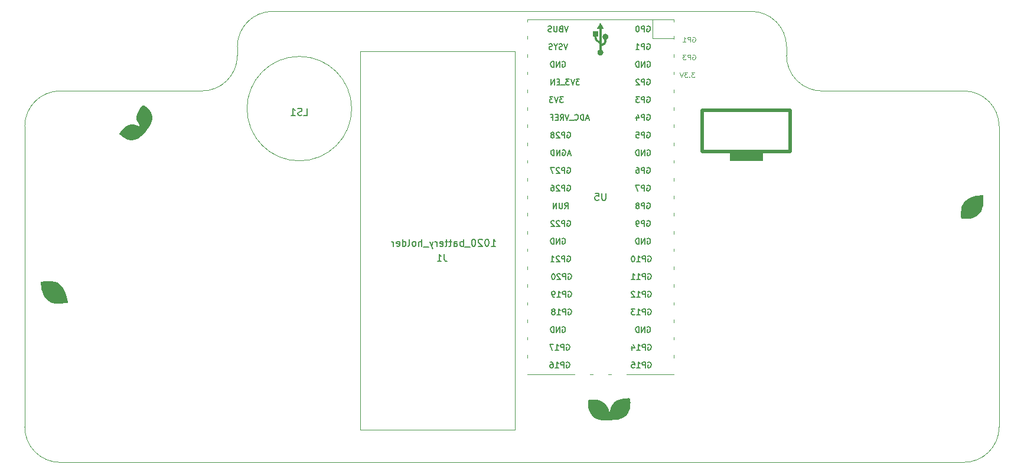
<source format=gbr>
%TF.GenerationSoftware,KiCad,Pcbnew,7.0.10-7.0.10~ubuntu22.04.1*%
%TF.CreationDate,2024-02-12T13:51:06-05:00*%
%TF.ProjectId,sprig_console,73707269-675f-4636-9f6e-736f6c652e6b,rev?*%
%TF.SameCoordinates,Original*%
%TF.FileFunction,Legend,Bot*%
%TF.FilePolarity,Positive*%
%FSLAX46Y46*%
G04 Gerber Fmt 4.6, Leading zero omitted, Abs format (unit mm)*
G04 Created by KiCad (PCBNEW 7.0.10-7.0.10~ubuntu22.04.1) date 2024-02-12 13:51:06*
%MOMM*%
%LPD*%
G01*
G04 APERTURE LIST*
%ADD10C,0.100000*%
%ADD11C,0.150000*%
%ADD12C,0.500000*%
%ADD13C,0.120000*%
%ADD14C,0.010000*%
%TA.AperFunction,Profile*%
%ADD15C,0.100000*%
%TD*%
G04 APERTURE END LIST*
D10*
X178579333Y-68452633D02*
X178145999Y-68452633D01*
X178145999Y-68452633D02*
X178379333Y-68719300D01*
X178379333Y-68719300D02*
X178279333Y-68719300D01*
X178279333Y-68719300D02*
X178212666Y-68752633D01*
X178212666Y-68752633D02*
X178179333Y-68785966D01*
X178179333Y-68785966D02*
X178145999Y-68852633D01*
X178145999Y-68852633D02*
X178145999Y-69019300D01*
X178145999Y-69019300D02*
X178179333Y-69085966D01*
X178179333Y-69085966D02*
X178212666Y-69119300D01*
X178212666Y-69119300D02*
X178279333Y-69152633D01*
X178279333Y-69152633D02*
X178479333Y-69152633D01*
X178479333Y-69152633D02*
X178545999Y-69119300D01*
X178545999Y-69119300D02*
X178579333Y-69085966D01*
X177845999Y-69085966D02*
X177812666Y-69119300D01*
X177812666Y-69119300D02*
X177845999Y-69152633D01*
X177845999Y-69152633D02*
X177879332Y-69119300D01*
X177879332Y-69119300D02*
X177845999Y-69085966D01*
X177845999Y-69085966D02*
X177845999Y-69152633D01*
X177579333Y-68452633D02*
X177145999Y-68452633D01*
X177145999Y-68452633D02*
X177379333Y-68719300D01*
X177379333Y-68719300D02*
X177279333Y-68719300D01*
X177279333Y-68719300D02*
X177212666Y-68752633D01*
X177212666Y-68752633D02*
X177179333Y-68785966D01*
X177179333Y-68785966D02*
X177145999Y-68852633D01*
X177145999Y-68852633D02*
X177145999Y-69019300D01*
X177145999Y-69019300D02*
X177179333Y-69085966D01*
X177179333Y-69085966D02*
X177212666Y-69119300D01*
X177212666Y-69119300D02*
X177279333Y-69152633D01*
X177279333Y-69152633D02*
X177479333Y-69152633D01*
X177479333Y-69152633D02*
X177545999Y-69119300D01*
X177545999Y-69119300D02*
X177579333Y-69085966D01*
X176945999Y-68452633D02*
X176712666Y-69152633D01*
X176712666Y-69152633D02*
X176479332Y-68452633D01*
X178299999Y-65945966D02*
X178366666Y-65912633D01*
X178366666Y-65912633D02*
X178466666Y-65912633D01*
X178466666Y-65912633D02*
X178566666Y-65945966D01*
X178566666Y-65945966D02*
X178633333Y-66012633D01*
X178633333Y-66012633D02*
X178666666Y-66079300D01*
X178666666Y-66079300D02*
X178699999Y-66212633D01*
X178699999Y-66212633D02*
X178699999Y-66312633D01*
X178699999Y-66312633D02*
X178666666Y-66445966D01*
X178666666Y-66445966D02*
X178633333Y-66512633D01*
X178633333Y-66512633D02*
X178566666Y-66579300D01*
X178566666Y-66579300D02*
X178466666Y-66612633D01*
X178466666Y-66612633D02*
X178399999Y-66612633D01*
X178399999Y-66612633D02*
X178299999Y-66579300D01*
X178299999Y-66579300D02*
X178266666Y-66545966D01*
X178266666Y-66545966D02*
X178266666Y-66312633D01*
X178266666Y-66312633D02*
X178399999Y-66312633D01*
X177966666Y-66612633D02*
X177966666Y-65912633D01*
X177966666Y-65912633D02*
X177699999Y-65912633D01*
X177699999Y-65912633D02*
X177633333Y-65945966D01*
X177633333Y-65945966D02*
X177599999Y-65979300D01*
X177599999Y-65979300D02*
X177566666Y-66045966D01*
X177566666Y-66045966D02*
X177566666Y-66145966D01*
X177566666Y-66145966D02*
X177599999Y-66212633D01*
X177599999Y-66212633D02*
X177633333Y-66245966D01*
X177633333Y-66245966D02*
X177699999Y-66279300D01*
X177699999Y-66279300D02*
X177966666Y-66279300D01*
X177333333Y-65912633D02*
X176899999Y-65912633D01*
X176899999Y-65912633D02*
X177133333Y-66179300D01*
X177133333Y-66179300D02*
X177033333Y-66179300D01*
X177033333Y-66179300D02*
X176966666Y-66212633D01*
X176966666Y-66212633D02*
X176933333Y-66245966D01*
X176933333Y-66245966D02*
X176899999Y-66312633D01*
X176899999Y-66312633D02*
X176899999Y-66479300D01*
X176899999Y-66479300D02*
X176933333Y-66545966D01*
X176933333Y-66545966D02*
X176966666Y-66579300D01*
X176966666Y-66579300D02*
X177033333Y-66612633D01*
X177033333Y-66612633D02*
X177233333Y-66612633D01*
X177233333Y-66612633D02*
X177299999Y-66579300D01*
X177299999Y-66579300D02*
X177333333Y-66545966D01*
X178299999Y-63405966D02*
X178366666Y-63372633D01*
X178366666Y-63372633D02*
X178466666Y-63372633D01*
X178466666Y-63372633D02*
X178566666Y-63405966D01*
X178566666Y-63405966D02*
X178633333Y-63472633D01*
X178633333Y-63472633D02*
X178666666Y-63539300D01*
X178666666Y-63539300D02*
X178699999Y-63672633D01*
X178699999Y-63672633D02*
X178699999Y-63772633D01*
X178699999Y-63772633D02*
X178666666Y-63905966D01*
X178666666Y-63905966D02*
X178633333Y-63972633D01*
X178633333Y-63972633D02*
X178566666Y-64039300D01*
X178566666Y-64039300D02*
X178466666Y-64072633D01*
X178466666Y-64072633D02*
X178399999Y-64072633D01*
X178399999Y-64072633D02*
X178299999Y-64039300D01*
X178299999Y-64039300D02*
X178266666Y-64005966D01*
X178266666Y-64005966D02*
X178266666Y-63772633D01*
X178266666Y-63772633D02*
X178399999Y-63772633D01*
X177966666Y-64072633D02*
X177966666Y-63372633D01*
X177966666Y-63372633D02*
X177699999Y-63372633D01*
X177699999Y-63372633D02*
X177633333Y-63405966D01*
X177633333Y-63405966D02*
X177599999Y-63439300D01*
X177599999Y-63439300D02*
X177566666Y-63505966D01*
X177566666Y-63505966D02*
X177566666Y-63605966D01*
X177566666Y-63605966D02*
X177599999Y-63672633D01*
X177599999Y-63672633D02*
X177633333Y-63705966D01*
X177633333Y-63705966D02*
X177699999Y-63739300D01*
X177699999Y-63739300D02*
X177966666Y-63739300D01*
X176899999Y-64072633D02*
X177299999Y-64072633D01*
X177099999Y-64072633D02*
X177099999Y-63372633D01*
X177099999Y-63372633D02*
X177166666Y-63472633D01*
X177166666Y-63472633D02*
X177233333Y-63539300D01*
X177233333Y-63539300D02*
X177299999Y-63572633D01*
D11*
X122562857Y-74622819D02*
X123039047Y-74622819D01*
X123039047Y-74622819D02*
X123039047Y-73622819D01*
X122277142Y-74575200D02*
X122134285Y-74622819D01*
X122134285Y-74622819D02*
X121896190Y-74622819D01*
X121896190Y-74622819D02*
X121800952Y-74575200D01*
X121800952Y-74575200D02*
X121753333Y-74527580D01*
X121753333Y-74527580D02*
X121705714Y-74432342D01*
X121705714Y-74432342D02*
X121705714Y-74337104D01*
X121705714Y-74337104D02*
X121753333Y-74241866D01*
X121753333Y-74241866D02*
X121800952Y-74194247D01*
X121800952Y-74194247D02*
X121896190Y-74146628D01*
X121896190Y-74146628D02*
X122086666Y-74099009D01*
X122086666Y-74099009D02*
X122181904Y-74051390D01*
X122181904Y-74051390D02*
X122229523Y-74003771D01*
X122229523Y-74003771D02*
X122277142Y-73908533D01*
X122277142Y-73908533D02*
X122277142Y-73813295D01*
X122277142Y-73813295D02*
X122229523Y-73718057D01*
X122229523Y-73718057D02*
X122181904Y-73670438D01*
X122181904Y-73670438D02*
X122086666Y-73622819D01*
X122086666Y-73622819D02*
X121848571Y-73622819D01*
X121848571Y-73622819D02*
X121705714Y-73670438D01*
X120753333Y-74622819D02*
X121324761Y-74622819D01*
X121039047Y-74622819D02*
X121039047Y-73622819D01*
X121039047Y-73622819D02*
X121134285Y-73765676D01*
X121134285Y-73765676D02*
X121229523Y-73860914D01*
X121229523Y-73860914D02*
X121324761Y-73908533D01*
X142700333Y-94577819D02*
X142700333Y-95292104D01*
X142700333Y-95292104D02*
X142747952Y-95434961D01*
X142747952Y-95434961D02*
X142843190Y-95530200D01*
X142843190Y-95530200D02*
X142986047Y-95577819D01*
X142986047Y-95577819D02*
X143081285Y-95577819D01*
X141700333Y-95577819D02*
X142271761Y-95577819D01*
X141986047Y-95577819D02*
X141986047Y-94577819D01*
X141986047Y-94577819D02*
X142081285Y-94720676D01*
X142081285Y-94720676D02*
X142176523Y-94815914D01*
X142176523Y-94815914D02*
X142271761Y-94863533D01*
X149478144Y-93418819D02*
X150049572Y-93418819D01*
X149763858Y-93418819D02*
X149763858Y-92418819D01*
X149763858Y-92418819D02*
X149859096Y-92561676D01*
X149859096Y-92561676D02*
X149954334Y-92656914D01*
X149954334Y-92656914D02*
X150049572Y-92704533D01*
X148859096Y-92418819D02*
X148763858Y-92418819D01*
X148763858Y-92418819D02*
X148668620Y-92466438D01*
X148668620Y-92466438D02*
X148621001Y-92514057D01*
X148621001Y-92514057D02*
X148573382Y-92609295D01*
X148573382Y-92609295D02*
X148525763Y-92799771D01*
X148525763Y-92799771D02*
X148525763Y-93037866D01*
X148525763Y-93037866D02*
X148573382Y-93228342D01*
X148573382Y-93228342D02*
X148621001Y-93323580D01*
X148621001Y-93323580D02*
X148668620Y-93371200D01*
X148668620Y-93371200D02*
X148763858Y-93418819D01*
X148763858Y-93418819D02*
X148859096Y-93418819D01*
X148859096Y-93418819D02*
X148954334Y-93371200D01*
X148954334Y-93371200D02*
X149001953Y-93323580D01*
X149001953Y-93323580D02*
X149049572Y-93228342D01*
X149049572Y-93228342D02*
X149097191Y-93037866D01*
X149097191Y-93037866D02*
X149097191Y-92799771D01*
X149097191Y-92799771D02*
X149049572Y-92609295D01*
X149049572Y-92609295D02*
X149001953Y-92514057D01*
X149001953Y-92514057D02*
X148954334Y-92466438D01*
X148954334Y-92466438D02*
X148859096Y-92418819D01*
X148144810Y-92514057D02*
X148097191Y-92466438D01*
X148097191Y-92466438D02*
X148001953Y-92418819D01*
X148001953Y-92418819D02*
X147763858Y-92418819D01*
X147763858Y-92418819D02*
X147668620Y-92466438D01*
X147668620Y-92466438D02*
X147621001Y-92514057D01*
X147621001Y-92514057D02*
X147573382Y-92609295D01*
X147573382Y-92609295D02*
X147573382Y-92704533D01*
X147573382Y-92704533D02*
X147621001Y-92847390D01*
X147621001Y-92847390D02*
X148192429Y-93418819D01*
X148192429Y-93418819D02*
X147573382Y-93418819D01*
X146954334Y-92418819D02*
X146859096Y-92418819D01*
X146859096Y-92418819D02*
X146763858Y-92466438D01*
X146763858Y-92466438D02*
X146716239Y-92514057D01*
X146716239Y-92514057D02*
X146668620Y-92609295D01*
X146668620Y-92609295D02*
X146621001Y-92799771D01*
X146621001Y-92799771D02*
X146621001Y-93037866D01*
X146621001Y-93037866D02*
X146668620Y-93228342D01*
X146668620Y-93228342D02*
X146716239Y-93323580D01*
X146716239Y-93323580D02*
X146763858Y-93371200D01*
X146763858Y-93371200D02*
X146859096Y-93418819D01*
X146859096Y-93418819D02*
X146954334Y-93418819D01*
X146954334Y-93418819D02*
X147049572Y-93371200D01*
X147049572Y-93371200D02*
X147097191Y-93323580D01*
X147097191Y-93323580D02*
X147144810Y-93228342D01*
X147144810Y-93228342D02*
X147192429Y-93037866D01*
X147192429Y-93037866D02*
X147192429Y-92799771D01*
X147192429Y-92799771D02*
X147144810Y-92609295D01*
X147144810Y-92609295D02*
X147097191Y-92514057D01*
X147097191Y-92514057D02*
X147049572Y-92466438D01*
X147049572Y-92466438D02*
X146954334Y-92418819D01*
X146430525Y-93514057D02*
X145668620Y-93514057D01*
X145430524Y-93418819D02*
X145430524Y-92418819D01*
X145430524Y-92799771D02*
X145335286Y-92752152D01*
X145335286Y-92752152D02*
X145144810Y-92752152D01*
X145144810Y-92752152D02*
X145049572Y-92799771D01*
X145049572Y-92799771D02*
X145001953Y-92847390D01*
X145001953Y-92847390D02*
X144954334Y-92942628D01*
X144954334Y-92942628D02*
X144954334Y-93228342D01*
X144954334Y-93228342D02*
X145001953Y-93323580D01*
X145001953Y-93323580D02*
X145049572Y-93371200D01*
X145049572Y-93371200D02*
X145144810Y-93418819D01*
X145144810Y-93418819D02*
X145335286Y-93418819D01*
X145335286Y-93418819D02*
X145430524Y-93371200D01*
X144097191Y-93418819D02*
X144097191Y-92895009D01*
X144097191Y-92895009D02*
X144144810Y-92799771D01*
X144144810Y-92799771D02*
X144240048Y-92752152D01*
X144240048Y-92752152D02*
X144430524Y-92752152D01*
X144430524Y-92752152D02*
X144525762Y-92799771D01*
X144097191Y-93371200D02*
X144192429Y-93418819D01*
X144192429Y-93418819D02*
X144430524Y-93418819D01*
X144430524Y-93418819D02*
X144525762Y-93371200D01*
X144525762Y-93371200D02*
X144573381Y-93275961D01*
X144573381Y-93275961D02*
X144573381Y-93180723D01*
X144573381Y-93180723D02*
X144525762Y-93085485D01*
X144525762Y-93085485D02*
X144430524Y-93037866D01*
X144430524Y-93037866D02*
X144192429Y-93037866D01*
X144192429Y-93037866D02*
X144097191Y-92990247D01*
X143763857Y-92752152D02*
X143382905Y-92752152D01*
X143621000Y-92418819D02*
X143621000Y-93275961D01*
X143621000Y-93275961D02*
X143573381Y-93371200D01*
X143573381Y-93371200D02*
X143478143Y-93418819D01*
X143478143Y-93418819D02*
X143382905Y-93418819D01*
X143192428Y-92752152D02*
X142811476Y-92752152D01*
X143049571Y-92418819D02*
X143049571Y-93275961D01*
X143049571Y-93275961D02*
X143001952Y-93371200D01*
X143001952Y-93371200D02*
X142906714Y-93418819D01*
X142906714Y-93418819D02*
X142811476Y-93418819D01*
X142097190Y-93371200D02*
X142192428Y-93418819D01*
X142192428Y-93418819D02*
X142382904Y-93418819D01*
X142382904Y-93418819D02*
X142478142Y-93371200D01*
X142478142Y-93371200D02*
X142525761Y-93275961D01*
X142525761Y-93275961D02*
X142525761Y-92895009D01*
X142525761Y-92895009D02*
X142478142Y-92799771D01*
X142478142Y-92799771D02*
X142382904Y-92752152D01*
X142382904Y-92752152D02*
X142192428Y-92752152D01*
X142192428Y-92752152D02*
X142097190Y-92799771D01*
X142097190Y-92799771D02*
X142049571Y-92895009D01*
X142049571Y-92895009D02*
X142049571Y-92990247D01*
X142049571Y-92990247D02*
X142525761Y-93085485D01*
X141620999Y-93418819D02*
X141620999Y-92752152D01*
X141620999Y-92942628D02*
X141573380Y-92847390D01*
X141573380Y-92847390D02*
X141525761Y-92799771D01*
X141525761Y-92799771D02*
X141430523Y-92752152D01*
X141430523Y-92752152D02*
X141335285Y-92752152D01*
X141097189Y-92752152D02*
X140859094Y-93418819D01*
X140620999Y-92752152D02*
X140859094Y-93418819D01*
X140859094Y-93418819D02*
X140954332Y-93656914D01*
X140954332Y-93656914D02*
X141001951Y-93704533D01*
X141001951Y-93704533D02*
X141097189Y-93752152D01*
X140478142Y-93514057D02*
X139716237Y-93514057D01*
X139478141Y-93418819D02*
X139478141Y-92418819D01*
X139049570Y-93418819D02*
X139049570Y-92895009D01*
X139049570Y-92895009D02*
X139097189Y-92799771D01*
X139097189Y-92799771D02*
X139192427Y-92752152D01*
X139192427Y-92752152D02*
X139335284Y-92752152D01*
X139335284Y-92752152D02*
X139430522Y-92799771D01*
X139430522Y-92799771D02*
X139478141Y-92847390D01*
X138430522Y-93418819D02*
X138525760Y-93371200D01*
X138525760Y-93371200D02*
X138573379Y-93323580D01*
X138573379Y-93323580D02*
X138620998Y-93228342D01*
X138620998Y-93228342D02*
X138620998Y-92942628D01*
X138620998Y-92942628D02*
X138573379Y-92847390D01*
X138573379Y-92847390D02*
X138525760Y-92799771D01*
X138525760Y-92799771D02*
X138430522Y-92752152D01*
X138430522Y-92752152D02*
X138287665Y-92752152D01*
X138287665Y-92752152D02*
X138192427Y-92799771D01*
X138192427Y-92799771D02*
X138144808Y-92847390D01*
X138144808Y-92847390D02*
X138097189Y-92942628D01*
X138097189Y-92942628D02*
X138097189Y-93228342D01*
X138097189Y-93228342D02*
X138144808Y-93323580D01*
X138144808Y-93323580D02*
X138192427Y-93371200D01*
X138192427Y-93371200D02*
X138287665Y-93418819D01*
X138287665Y-93418819D02*
X138430522Y-93418819D01*
X137525760Y-93418819D02*
X137620998Y-93371200D01*
X137620998Y-93371200D02*
X137668617Y-93275961D01*
X137668617Y-93275961D02*
X137668617Y-92418819D01*
X136716236Y-93418819D02*
X136716236Y-92418819D01*
X136716236Y-93371200D02*
X136811474Y-93418819D01*
X136811474Y-93418819D02*
X137001950Y-93418819D01*
X137001950Y-93418819D02*
X137097188Y-93371200D01*
X137097188Y-93371200D02*
X137144807Y-93323580D01*
X137144807Y-93323580D02*
X137192426Y-93228342D01*
X137192426Y-93228342D02*
X137192426Y-92942628D01*
X137192426Y-92942628D02*
X137144807Y-92847390D01*
X137144807Y-92847390D02*
X137097188Y-92799771D01*
X137097188Y-92799771D02*
X137001950Y-92752152D01*
X137001950Y-92752152D02*
X136811474Y-92752152D01*
X136811474Y-92752152D02*
X136716236Y-92799771D01*
X135859093Y-93371200D02*
X135954331Y-93418819D01*
X135954331Y-93418819D02*
X136144807Y-93418819D01*
X136144807Y-93418819D02*
X136240045Y-93371200D01*
X136240045Y-93371200D02*
X136287664Y-93275961D01*
X136287664Y-93275961D02*
X136287664Y-92895009D01*
X136287664Y-92895009D02*
X136240045Y-92799771D01*
X136240045Y-92799771D02*
X136144807Y-92752152D01*
X136144807Y-92752152D02*
X135954331Y-92752152D01*
X135954331Y-92752152D02*
X135859093Y-92799771D01*
X135859093Y-92799771D02*
X135811474Y-92895009D01*
X135811474Y-92895009D02*
X135811474Y-92990247D01*
X135811474Y-92990247D02*
X136287664Y-93085485D01*
X135382902Y-93418819D02*
X135382902Y-92752152D01*
X135382902Y-92942628D02*
X135335283Y-92847390D01*
X135335283Y-92847390D02*
X135287664Y-92799771D01*
X135287664Y-92799771D02*
X135192426Y-92752152D01*
X135192426Y-92752152D02*
X135097188Y-92752152D01*
X165861904Y-85814819D02*
X165861904Y-86624342D01*
X165861904Y-86624342D02*
X165814285Y-86719580D01*
X165814285Y-86719580D02*
X165766666Y-86767200D01*
X165766666Y-86767200D02*
X165671428Y-86814819D01*
X165671428Y-86814819D02*
X165480952Y-86814819D01*
X165480952Y-86814819D02*
X165385714Y-86767200D01*
X165385714Y-86767200D02*
X165338095Y-86719580D01*
X165338095Y-86719580D02*
X165290476Y-86624342D01*
X165290476Y-86624342D02*
X165290476Y-85814819D01*
X164338095Y-85814819D02*
X164814285Y-85814819D01*
X164814285Y-85814819D02*
X164861904Y-86291009D01*
X164861904Y-86291009D02*
X164814285Y-86243390D01*
X164814285Y-86243390D02*
X164719047Y-86195771D01*
X164719047Y-86195771D02*
X164480952Y-86195771D01*
X164480952Y-86195771D02*
X164385714Y-86243390D01*
X164385714Y-86243390D02*
X164338095Y-86291009D01*
X164338095Y-86291009D02*
X164290476Y-86386247D01*
X164290476Y-86386247D02*
X164290476Y-86624342D01*
X164290476Y-86624342D02*
X164338095Y-86719580D01*
X164338095Y-86719580D02*
X164385714Y-86767200D01*
X164385714Y-86767200D02*
X164480952Y-86814819D01*
X164480952Y-86814819D02*
X164719047Y-86814819D01*
X164719047Y-86814819D02*
X164814285Y-86767200D01*
X164814285Y-86767200D02*
X164861904Y-86719580D01*
X171894381Y-99930389D02*
X171970571Y-99892294D01*
X171970571Y-99892294D02*
X172084857Y-99892294D01*
X172084857Y-99892294D02*
X172199143Y-99930389D01*
X172199143Y-99930389D02*
X172275333Y-100006579D01*
X172275333Y-100006579D02*
X172313428Y-100082770D01*
X172313428Y-100082770D02*
X172351524Y-100235151D01*
X172351524Y-100235151D02*
X172351524Y-100349437D01*
X172351524Y-100349437D02*
X172313428Y-100501818D01*
X172313428Y-100501818D02*
X172275333Y-100578008D01*
X172275333Y-100578008D02*
X172199143Y-100654199D01*
X172199143Y-100654199D02*
X172084857Y-100692294D01*
X172084857Y-100692294D02*
X172008666Y-100692294D01*
X172008666Y-100692294D02*
X171894381Y-100654199D01*
X171894381Y-100654199D02*
X171856285Y-100616103D01*
X171856285Y-100616103D02*
X171856285Y-100349437D01*
X171856285Y-100349437D02*
X172008666Y-100349437D01*
X171513428Y-100692294D02*
X171513428Y-99892294D01*
X171513428Y-99892294D02*
X171208666Y-99892294D01*
X171208666Y-99892294D02*
X171132476Y-99930389D01*
X171132476Y-99930389D02*
X171094381Y-99968484D01*
X171094381Y-99968484D02*
X171056285Y-100044675D01*
X171056285Y-100044675D02*
X171056285Y-100158960D01*
X171056285Y-100158960D02*
X171094381Y-100235151D01*
X171094381Y-100235151D02*
X171132476Y-100273246D01*
X171132476Y-100273246D02*
X171208666Y-100311341D01*
X171208666Y-100311341D02*
X171513428Y-100311341D01*
X170294381Y-100692294D02*
X170751524Y-100692294D01*
X170522952Y-100692294D02*
X170522952Y-99892294D01*
X170522952Y-99892294D02*
X170599143Y-100006579D01*
X170599143Y-100006579D02*
X170675333Y-100082770D01*
X170675333Y-100082770D02*
X170751524Y-100120865D01*
X169989619Y-99968484D02*
X169951523Y-99930389D01*
X169951523Y-99930389D02*
X169875333Y-99892294D01*
X169875333Y-99892294D02*
X169684857Y-99892294D01*
X169684857Y-99892294D02*
X169608666Y-99930389D01*
X169608666Y-99930389D02*
X169570571Y-99968484D01*
X169570571Y-99968484D02*
X169532476Y-100044675D01*
X169532476Y-100044675D02*
X169532476Y-100120865D01*
X169532476Y-100120865D02*
X169570571Y-100235151D01*
X169570571Y-100235151D02*
X170027714Y-100692294D01*
X170027714Y-100692294D02*
X169532476Y-100692294D01*
X171767428Y-77070390D02*
X171843618Y-77032295D01*
X171843618Y-77032295D02*
X171957904Y-77032295D01*
X171957904Y-77032295D02*
X172072190Y-77070390D01*
X172072190Y-77070390D02*
X172148380Y-77146580D01*
X172148380Y-77146580D02*
X172186475Y-77222771D01*
X172186475Y-77222771D02*
X172224571Y-77375152D01*
X172224571Y-77375152D02*
X172224571Y-77489438D01*
X172224571Y-77489438D02*
X172186475Y-77641819D01*
X172186475Y-77641819D02*
X172148380Y-77718009D01*
X172148380Y-77718009D02*
X172072190Y-77794200D01*
X172072190Y-77794200D02*
X171957904Y-77832295D01*
X171957904Y-77832295D02*
X171881713Y-77832295D01*
X171881713Y-77832295D02*
X171767428Y-77794200D01*
X171767428Y-77794200D02*
X171729332Y-77756104D01*
X171729332Y-77756104D02*
X171729332Y-77489438D01*
X171729332Y-77489438D02*
X171881713Y-77489438D01*
X171386475Y-77832295D02*
X171386475Y-77032295D01*
X171386475Y-77032295D02*
X171081713Y-77032295D01*
X171081713Y-77032295D02*
X171005523Y-77070390D01*
X171005523Y-77070390D02*
X170967428Y-77108485D01*
X170967428Y-77108485D02*
X170929332Y-77184676D01*
X170929332Y-77184676D02*
X170929332Y-77298961D01*
X170929332Y-77298961D02*
X170967428Y-77375152D01*
X170967428Y-77375152D02*
X171005523Y-77413247D01*
X171005523Y-77413247D02*
X171081713Y-77451342D01*
X171081713Y-77451342D02*
X171386475Y-77451342D01*
X170205523Y-77032295D02*
X170586475Y-77032295D01*
X170586475Y-77032295D02*
X170624571Y-77413247D01*
X170624571Y-77413247D02*
X170586475Y-77375152D01*
X170586475Y-77375152D02*
X170510285Y-77337057D01*
X170510285Y-77337057D02*
X170319809Y-77337057D01*
X170319809Y-77337057D02*
X170243618Y-77375152D01*
X170243618Y-77375152D02*
X170205523Y-77413247D01*
X170205523Y-77413247D02*
X170167428Y-77489438D01*
X170167428Y-77489438D02*
X170167428Y-77679914D01*
X170167428Y-77679914D02*
X170205523Y-77756104D01*
X170205523Y-77756104D02*
X170243618Y-77794200D01*
X170243618Y-77794200D02*
X170319809Y-77832295D01*
X170319809Y-77832295D02*
X170510285Y-77832295D01*
X170510285Y-77832295D02*
X170586475Y-77794200D01*
X170586475Y-77794200D02*
X170624571Y-77756104D01*
X171767428Y-74530390D02*
X171843618Y-74492295D01*
X171843618Y-74492295D02*
X171957904Y-74492295D01*
X171957904Y-74492295D02*
X172072190Y-74530390D01*
X172072190Y-74530390D02*
X172148380Y-74606580D01*
X172148380Y-74606580D02*
X172186475Y-74682771D01*
X172186475Y-74682771D02*
X172224571Y-74835152D01*
X172224571Y-74835152D02*
X172224571Y-74949438D01*
X172224571Y-74949438D02*
X172186475Y-75101819D01*
X172186475Y-75101819D02*
X172148380Y-75178009D01*
X172148380Y-75178009D02*
X172072190Y-75254200D01*
X172072190Y-75254200D02*
X171957904Y-75292295D01*
X171957904Y-75292295D02*
X171881713Y-75292295D01*
X171881713Y-75292295D02*
X171767428Y-75254200D01*
X171767428Y-75254200D02*
X171729332Y-75216104D01*
X171729332Y-75216104D02*
X171729332Y-74949438D01*
X171729332Y-74949438D02*
X171881713Y-74949438D01*
X171386475Y-75292295D02*
X171386475Y-74492295D01*
X171386475Y-74492295D02*
X171081713Y-74492295D01*
X171081713Y-74492295D02*
X171005523Y-74530390D01*
X171005523Y-74530390D02*
X170967428Y-74568485D01*
X170967428Y-74568485D02*
X170929332Y-74644676D01*
X170929332Y-74644676D02*
X170929332Y-74758961D01*
X170929332Y-74758961D02*
X170967428Y-74835152D01*
X170967428Y-74835152D02*
X171005523Y-74873247D01*
X171005523Y-74873247D02*
X171081713Y-74911342D01*
X171081713Y-74911342D02*
X171386475Y-74911342D01*
X170243618Y-74758961D02*
X170243618Y-75292295D01*
X170434094Y-74454200D02*
X170624571Y-75025628D01*
X170624571Y-75025628D02*
X170129332Y-75025628D01*
X160470666Y-61792295D02*
X160203999Y-62592295D01*
X160203999Y-62592295D02*
X159937333Y-61792295D01*
X159404000Y-62173247D02*
X159289714Y-62211342D01*
X159289714Y-62211342D02*
X159251619Y-62249438D01*
X159251619Y-62249438D02*
X159213523Y-62325628D01*
X159213523Y-62325628D02*
X159213523Y-62439914D01*
X159213523Y-62439914D02*
X159251619Y-62516104D01*
X159251619Y-62516104D02*
X159289714Y-62554200D01*
X159289714Y-62554200D02*
X159365904Y-62592295D01*
X159365904Y-62592295D02*
X159670666Y-62592295D01*
X159670666Y-62592295D02*
X159670666Y-61792295D01*
X159670666Y-61792295D02*
X159404000Y-61792295D01*
X159404000Y-61792295D02*
X159327809Y-61830390D01*
X159327809Y-61830390D02*
X159289714Y-61868485D01*
X159289714Y-61868485D02*
X159251619Y-61944676D01*
X159251619Y-61944676D02*
X159251619Y-62020866D01*
X159251619Y-62020866D02*
X159289714Y-62097057D01*
X159289714Y-62097057D02*
X159327809Y-62135152D01*
X159327809Y-62135152D02*
X159404000Y-62173247D01*
X159404000Y-62173247D02*
X159670666Y-62173247D01*
X158870666Y-61792295D02*
X158870666Y-62439914D01*
X158870666Y-62439914D02*
X158832571Y-62516104D01*
X158832571Y-62516104D02*
X158794476Y-62554200D01*
X158794476Y-62554200D02*
X158718285Y-62592295D01*
X158718285Y-62592295D02*
X158565904Y-62592295D01*
X158565904Y-62592295D02*
X158489714Y-62554200D01*
X158489714Y-62554200D02*
X158451619Y-62516104D01*
X158451619Y-62516104D02*
X158413523Y-62439914D01*
X158413523Y-62439914D02*
X158413523Y-61792295D01*
X158070667Y-62554200D02*
X157956381Y-62592295D01*
X157956381Y-62592295D02*
X157765905Y-62592295D01*
X157765905Y-62592295D02*
X157689714Y-62554200D01*
X157689714Y-62554200D02*
X157651619Y-62516104D01*
X157651619Y-62516104D02*
X157613524Y-62439914D01*
X157613524Y-62439914D02*
X157613524Y-62363723D01*
X157613524Y-62363723D02*
X157651619Y-62287533D01*
X157651619Y-62287533D02*
X157689714Y-62249438D01*
X157689714Y-62249438D02*
X157765905Y-62211342D01*
X157765905Y-62211342D02*
X157918286Y-62173247D01*
X157918286Y-62173247D02*
X157994476Y-62135152D01*
X157994476Y-62135152D02*
X158032571Y-62097057D01*
X158032571Y-62097057D02*
X158070667Y-62020866D01*
X158070667Y-62020866D02*
X158070667Y-61944676D01*
X158070667Y-61944676D02*
X158032571Y-61868485D01*
X158032571Y-61868485D02*
X157994476Y-61830390D01*
X157994476Y-61830390D02*
X157918286Y-61792295D01*
X157918286Y-61792295D02*
X157727809Y-61792295D01*
X157727809Y-61792295D02*
X157613524Y-61830390D01*
X171894381Y-110090390D02*
X171970571Y-110052295D01*
X171970571Y-110052295D02*
X172084857Y-110052295D01*
X172084857Y-110052295D02*
X172199143Y-110090390D01*
X172199143Y-110090390D02*
X172275333Y-110166580D01*
X172275333Y-110166580D02*
X172313428Y-110242771D01*
X172313428Y-110242771D02*
X172351524Y-110395152D01*
X172351524Y-110395152D02*
X172351524Y-110509438D01*
X172351524Y-110509438D02*
X172313428Y-110661819D01*
X172313428Y-110661819D02*
X172275333Y-110738009D01*
X172275333Y-110738009D02*
X172199143Y-110814200D01*
X172199143Y-110814200D02*
X172084857Y-110852295D01*
X172084857Y-110852295D02*
X172008666Y-110852295D01*
X172008666Y-110852295D02*
X171894381Y-110814200D01*
X171894381Y-110814200D02*
X171856285Y-110776104D01*
X171856285Y-110776104D02*
X171856285Y-110509438D01*
X171856285Y-110509438D02*
X172008666Y-110509438D01*
X171513428Y-110852295D02*
X171513428Y-110052295D01*
X171513428Y-110052295D02*
X171208666Y-110052295D01*
X171208666Y-110052295D02*
X171132476Y-110090390D01*
X171132476Y-110090390D02*
X171094381Y-110128485D01*
X171094381Y-110128485D02*
X171056285Y-110204676D01*
X171056285Y-110204676D02*
X171056285Y-110318961D01*
X171056285Y-110318961D02*
X171094381Y-110395152D01*
X171094381Y-110395152D02*
X171132476Y-110433247D01*
X171132476Y-110433247D02*
X171208666Y-110471342D01*
X171208666Y-110471342D02*
X171513428Y-110471342D01*
X170294381Y-110852295D02*
X170751524Y-110852295D01*
X170522952Y-110852295D02*
X170522952Y-110052295D01*
X170522952Y-110052295D02*
X170599143Y-110166580D01*
X170599143Y-110166580D02*
X170675333Y-110242771D01*
X170675333Y-110242771D02*
X170751524Y-110280866D01*
X169570571Y-110052295D02*
X169951523Y-110052295D01*
X169951523Y-110052295D02*
X169989619Y-110433247D01*
X169989619Y-110433247D02*
X169951523Y-110395152D01*
X169951523Y-110395152D02*
X169875333Y-110357057D01*
X169875333Y-110357057D02*
X169684857Y-110357057D01*
X169684857Y-110357057D02*
X169608666Y-110395152D01*
X169608666Y-110395152D02*
X169570571Y-110433247D01*
X169570571Y-110433247D02*
X169532476Y-110509438D01*
X169532476Y-110509438D02*
X169532476Y-110699914D01*
X169532476Y-110699914D02*
X169570571Y-110776104D01*
X169570571Y-110776104D02*
X169608666Y-110814200D01*
X169608666Y-110814200D02*
X169684857Y-110852295D01*
X169684857Y-110852295D02*
X169875333Y-110852295D01*
X169875333Y-110852295D02*
X169951523Y-110814200D01*
X169951523Y-110814200D02*
X169989619Y-110776104D01*
X171894381Y-102470389D02*
X171970571Y-102432294D01*
X171970571Y-102432294D02*
X172084857Y-102432294D01*
X172084857Y-102432294D02*
X172199143Y-102470389D01*
X172199143Y-102470389D02*
X172275333Y-102546579D01*
X172275333Y-102546579D02*
X172313428Y-102622770D01*
X172313428Y-102622770D02*
X172351524Y-102775151D01*
X172351524Y-102775151D02*
X172351524Y-102889437D01*
X172351524Y-102889437D02*
X172313428Y-103041818D01*
X172313428Y-103041818D02*
X172275333Y-103118008D01*
X172275333Y-103118008D02*
X172199143Y-103194199D01*
X172199143Y-103194199D02*
X172084857Y-103232294D01*
X172084857Y-103232294D02*
X172008666Y-103232294D01*
X172008666Y-103232294D02*
X171894381Y-103194199D01*
X171894381Y-103194199D02*
X171856285Y-103156103D01*
X171856285Y-103156103D02*
X171856285Y-102889437D01*
X171856285Y-102889437D02*
X172008666Y-102889437D01*
X171513428Y-103232294D02*
X171513428Y-102432294D01*
X171513428Y-102432294D02*
X171208666Y-102432294D01*
X171208666Y-102432294D02*
X171132476Y-102470389D01*
X171132476Y-102470389D02*
X171094381Y-102508484D01*
X171094381Y-102508484D02*
X171056285Y-102584675D01*
X171056285Y-102584675D02*
X171056285Y-102698960D01*
X171056285Y-102698960D02*
X171094381Y-102775151D01*
X171094381Y-102775151D02*
X171132476Y-102813246D01*
X171132476Y-102813246D02*
X171208666Y-102851341D01*
X171208666Y-102851341D02*
X171513428Y-102851341D01*
X170294381Y-103232294D02*
X170751524Y-103232294D01*
X170522952Y-103232294D02*
X170522952Y-102432294D01*
X170522952Y-102432294D02*
X170599143Y-102546579D01*
X170599143Y-102546579D02*
X170675333Y-102622770D01*
X170675333Y-102622770D02*
X170751524Y-102660865D01*
X170027714Y-102432294D02*
X169532476Y-102432294D01*
X169532476Y-102432294D02*
X169799142Y-102737056D01*
X169799142Y-102737056D02*
X169684857Y-102737056D01*
X169684857Y-102737056D02*
X169608666Y-102775151D01*
X169608666Y-102775151D02*
X169570571Y-102813246D01*
X169570571Y-102813246D02*
X169532476Y-102889437D01*
X169532476Y-102889437D02*
X169532476Y-103079913D01*
X169532476Y-103079913D02*
X169570571Y-103156103D01*
X169570571Y-103156103D02*
X169608666Y-103194199D01*
X169608666Y-103194199D02*
X169684857Y-103232294D01*
X169684857Y-103232294D02*
X169913428Y-103232294D01*
X169913428Y-103232294D02*
X169989619Y-103194199D01*
X169989619Y-103194199D02*
X170027714Y-103156103D01*
X171767428Y-61830390D02*
X171843618Y-61792295D01*
X171843618Y-61792295D02*
X171957904Y-61792295D01*
X171957904Y-61792295D02*
X172072190Y-61830390D01*
X172072190Y-61830390D02*
X172148380Y-61906580D01*
X172148380Y-61906580D02*
X172186475Y-61982771D01*
X172186475Y-61982771D02*
X172224571Y-62135152D01*
X172224571Y-62135152D02*
X172224571Y-62249438D01*
X172224571Y-62249438D02*
X172186475Y-62401819D01*
X172186475Y-62401819D02*
X172148380Y-62478009D01*
X172148380Y-62478009D02*
X172072190Y-62554200D01*
X172072190Y-62554200D02*
X171957904Y-62592295D01*
X171957904Y-62592295D02*
X171881713Y-62592295D01*
X171881713Y-62592295D02*
X171767428Y-62554200D01*
X171767428Y-62554200D02*
X171729332Y-62516104D01*
X171729332Y-62516104D02*
X171729332Y-62249438D01*
X171729332Y-62249438D02*
X171881713Y-62249438D01*
X171386475Y-62592295D02*
X171386475Y-61792295D01*
X171386475Y-61792295D02*
X171081713Y-61792295D01*
X171081713Y-61792295D02*
X171005523Y-61830390D01*
X171005523Y-61830390D02*
X170967428Y-61868485D01*
X170967428Y-61868485D02*
X170929332Y-61944676D01*
X170929332Y-61944676D02*
X170929332Y-62058961D01*
X170929332Y-62058961D02*
X170967428Y-62135152D01*
X170967428Y-62135152D02*
X171005523Y-62173247D01*
X171005523Y-62173247D02*
X171081713Y-62211342D01*
X171081713Y-62211342D02*
X171386475Y-62211342D01*
X170434094Y-61792295D02*
X170357904Y-61792295D01*
X170357904Y-61792295D02*
X170281713Y-61830390D01*
X170281713Y-61830390D02*
X170243618Y-61868485D01*
X170243618Y-61868485D02*
X170205523Y-61944676D01*
X170205523Y-61944676D02*
X170167428Y-62097057D01*
X170167428Y-62097057D02*
X170167428Y-62287533D01*
X170167428Y-62287533D02*
X170205523Y-62439914D01*
X170205523Y-62439914D02*
X170243618Y-62516104D01*
X170243618Y-62516104D02*
X170281713Y-62554200D01*
X170281713Y-62554200D02*
X170357904Y-62592295D01*
X170357904Y-62592295D02*
X170434094Y-62592295D01*
X170434094Y-62592295D02*
X170510285Y-62554200D01*
X170510285Y-62554200D02*
X170548380Y-62516104D01*
X170548380Y-62516104D02*
X170586475Y-62439914D01*
X170586475Y-62439914D02*
X170624571Y-62287533D01*
X170624571Y-62287533D02*
X170624571Y-62097057D01*
X170624571Y-62097057D02*
X170586475Y-61944676D01*
X170586475Y-61944676D02*
X170548380Y-61868485D01*
X170548380Y-61868485D02*
X170510285Y-61830390D01*
X170510285Y-61830390D02*
X170434094Y-61792295D01*
X171805523Y-79610390D02*
X171881713Y-79572295D01*
X171881713Y-79572295D02*
X171995999Y-79572295D01*
X171995999Y-79572295D02*
X172110285Y-79610390D01*
X172110285Y-79610390D02*
X172186475Y-79686580D01*
X172186475Y-79686580D02*
X172224570Y-79762771D01*
X172224570Y-79762771D02*
X172262666Y-79915152D01*
X172262666Y-79915152D02*
X172262666Y-80029438D01*
X172262666Y-80029438D02*
X172224570Y-80181819D01*
X172224570Y-80181819D02*
X172186475Y-80258009D01*
X172186475Y-80258009D02*
X172110285Y-80334200D01*
X172110285Y-80334200D02*
X171995999Y-80372295D01*
X171995999Y-80372295D02*
X171919808Y-80372295D01*
X171919808Y-80372295D02*
X171805523Y-80334200D01*
X171805523Y-80334200D02*
X171767427Y-80296104D01*
X171767427Y-80296104D02*
X171767427Y-80029438D01*
X171767427Y-80029438D02*
X171919808Y-80029438D01*
X171424570Y-80372295D02*
X171424570Y-79572295D01*
X171424570Y-79572295D02*
X170967427Y-80372295D01*
X170967427Y-80372295D02*
X170967427Y-79572295D01*
X170586475Y-80372295D02*
X170586475Y-79572295D01*
X170586475Y-79572295D02*
X170395999Y-79572295D01*
X170395999Y-79572295D02*
X170281713Y-79610390D01*
X170281713Y-79610390D02*
X170205523Y-79686580D01*
X170205523Y-79686580D02*
X170167428Y-79762771D01*
X170167428Y-79762771D02*
X170129332Y-79915152D01*
X170129332Y-79915152D02*
X170129332Y-80029438D01*
X170129332Y-80029438D02*
X170167428Y-80181819D01*
X170167428Y-80181819D02*
X170205523Y-80258009D01*
X170205523Y-80258009D02*
X170281713Y-80334200D01*
X170281713Y-80334200D02*
X170395999Y-80372295D01*
X170395999Y-80372295D02*
X170586475Y-80372295D01*
X171894381Y-97390389D02*
X171970571Y-97352294D01*
X171970571Y-97352294D02*
X172084857Y-97352294D01*
X172084857Y-97352294D02*
X172199143Y-97390389D01*
X172199143Y-97390389D02*
X172275333Y-97466579D01*
X172275333Y-97466579D02*
X172313428Y-97542770D01*
X172313428Y-97542770D02*
X172351524Y-97695151D01*
X172351524Y-97695151D02*
X172351524Y-97809437D01*
X172351524Y-97809437D02*
X172313428Y-97961818D01*
X172313428Y-97961818D02*
X172275333Y-98038008D01*
X172275333Y-98038008D02*
X172199143Y-98114199D01*
X172199143Y-98114199D02*
X172084857Y-98152294D01*
X172084857Y-98152294D02*
X172008666Y-98152294D01*
X172008666Y-98152294D02*
X171894381Y-98114199D01*
X171894381Y-98114199D02*
X171856285Y-98076103D01*
X171856285Y-98076103D02*
X171856285Y-97809437D01*
X171856285Y-97809437D02*
X172008666Y-97809437D01*
X171513428Y-98152294D02*
X171513428Y-97352294D01*
X171513428Y-97352294D02*
X171208666Y-97352294D01*
X171208666Y-97352294D02*
X171132476Y-97390389D01*
X171132476Y-97390389D02*
X171094381Y-97428484D01*
X171094381Y-97428484D02*
X171056285Y-97504675D01*
X171056285Y-97504675D02*
X171056285Y-97618960D01*
X171056285Y-97618960D02*
X171094381Y-97695151D01*
X171094381Y-97695151D02*
X171132476Y-97733246D01*
X171132476Y-97733246D02*
X171208666Y-97771341D01*
X171208666Y-97771341D02*
X171513428Y-97771341D01*
X170294381Y-98152294D02*
X170751524Y-98152294D01*
X170522952Y-98152294D02*
X170522952Y-97352294D01*
X170522952Y-97352294D02*
X170599143Y-97466579D01*
X170599143Y-97466579D02*
X170675333Y-97542770D01*
X170675333Y-97542770D02*
X170751524Y-97580865D01*
X169532476Y-98152294D02*
X169989619Y-98152294D01*
X169761047Y-98152294D02*
X169761047Y-97352294D01*
X169761047Y-97352294D02*
X169837238Y-97466579D01*
X169837238Y-97466579D02*
X169913428Y-97542770D01*
X169913428Y-97542770D02*
X169989619Y-97580865D01*
X171767428Y-64370390D02*
X171843618Y-64332295D01*
X171843618Y-64332295D02*
X171957904Y-64332295D01*
X171957904Y-64332295D02*
X172072190Y-64370390D01*
X172072190Y-64370390D02*
X172148380Y-64446580D01*
X172148380Y-64446580D02*
X172186475Y-64522771D01*
X172186475Y-64522771D02*
X172224571Y-64675152D01*
X172224571Y-64675152D02*
X172224571Y-64789438D01*
X172224571Y-64789438D02*
X172186475Y-64941819D01*
X172186475Y-64941819D02*
X172148380Y-65018009D01*
X172148380Y-65018009D02*
X172072190Y-65094200D01*
X172072190Y-65094200D02*
X171957904Y-65132295D01*
X171957904Y-65132295D02*
X171881713Y-65132295D01*
X171881713Y-65132295D02*
X171767428Y-65094200D01*
X171767428Y-65094200D02*
X171729332Y-65056104D01*
X171729332Y-65056104D02*
X171729332Y-64789438D01*
X171729332Y-64789438D02*
X171881713Y-64789438D01*
X171386475Y-65132295D02*
X171386475Y-64332295D01*
X171386475Y-64332295D02*
X171081713Y-64332295D01*
X171081713Y-64332295D02*
X171005523Y-64370390D01*
X171005523Y-64370390D02*
X170967428Y-64408485D01*
X170967428Y-64408485D02*
X170929332Y-64484676D01*
X170929332Y-64484676D02*
X170929332Y-64598961D01*
X170929332Y-64598961D02*
X170967428Y-64675152D01*
X170967428Y-64675152D02*
X171005523Y-64713247D01*
X171005523Y-64713247D02*
X171081713Y-64751342D01*
X171081713Y-64751342D02*
X171386475Y-64751342D01*
X170167428Y-65132295D02*
X170624571Y-65132295D01*
X170395999Y-65132295D02*
X170395999Y-64332295D01*
X170395999Y-64332295D02*
X170472190Y-64446580D01*
X170472190Y-64446580D02*
X170548380Y-64522771D01*
X170548380Y-64522771D02*
X170624571Y-64560866D01*
X171805523Y-66910390D02*
X171881713Y-66872295D01*
X171881713Y-66872295D02*
X171995999Y-66872295D01*
X171995999Y-66872295D02*
X172110285Y-66910390D01*
X172110285Y-66910390D02*
X172186475Y-66986580D01*
X172186475Y-66986580D02*
X172224570Y-67062771D01*
X172224570Y-67062771D02*
X172262666Y-67215152D01*
X172262666Y-67215152D02*
X172262666Y-67329438D01*
X172262666Y-67329438D02*
X172224570Y-67481819D01*
X172224570Y-67481819D02*
X172186475Y-67558009D01*
X172186475Y-67558009D02*
X172110285Y-67634200D01*
X172110285Y-67634200D02*
X171995999Y-67672295D01*
X171995999Y-67672295D02*
X171919808Y-67672295D01*
X171919808Y-67672295D02*
X171805523Y-67634200D01*
X171805523Y-67634200D02*
X171767427Y-67596104D01*
X171767427Y-67596104D02*
X171767427Y-67329438D01*
X171767427Y-67329438D02*
X171919808Y-67329438D01*
X171424570Y-67672295D02*
X171424570Y-66872295D01*
X171424570Y-66872295D02*
X170967427Y-67672295D01*
X170967427Y-67672295D02*
X170967427Y-66872295D01*
X170586475Y-67672295D02*
X170586475Y-66872295D01*
X170586475Y-66872295D02*
X170395999Y-66872295D01*
X170395999Y-66872295D02*
X170281713Y-66910390D01*
X170281713Y-66910390D02*
X170205523Y-66986580D01*
X170205523Y-66986580D02*
X170167428Y-67062771D01*
X170167428Y-67062771D02*
X170129332Y-67215152D01*
X170129332Y-67215152D02*
X170129332Y-67329438D01*
X170129332Y-67329438D02*
X170167428Y-67481819D01*
X170167428Y-67481819D02*
X170205523Y-67558009D01*
X170205523Y-67558009D02*
X170281713Y-67634200D01*
X170281713Y-67634200D02*
X170395999Y-67672295D01*
X170395999Y-67672295D02*
X170586475Y-67672295D01*
X160464381Y-102470390D02*
X160540571Y-102432295D01*
X160540571Y-102432295D02*
X160654857Y-102432295D01*
X160654857Y-102432295D02*
X160769143Y-102470390D01*
X160769143Y-102470390D02*
X160845333Y-102546580D01*
X160845333Y-102546580D02*
X160883428Y-102622771D01*
X160883428Y-102622771D02*
X160921524Y-102775152D01*
X160921524Y-102775152D02*
X160921524Y-102889438D01*
X160921524Y-102889438D02*
X160883428Y-103041819D01*
X160883428Y-103041819D02*
X160845333Y-103118009D01*
X160845333Y-103118009D02*
X160769143Y-103194200D01*
X160769143Y-103194200D02*
X160654857Y-103232295D01*
X160654857Y-103232295D02*
X160578666Y-103232295D01*
X160578666Y-103232295D02*
X160464381Y-103194200D01*
X160464381Y-103194200D02*
X160426285Y-103156104D01*
X160426285Y-103156104D02*
X160426285Y-102889438D01*
X160426285Y-102889438D02*
X160578666Y-102889438D01*
X160083428Y-103232295D02*
X160083428Y-102432295D01*
X160083428Y-102432295D02*
X159778666Y-102432295D01*
X159778666Y-102432295D02*
X159702476Y-102470390D01*
X159702476Y-102470390D02*
X159664381Y-102508485D01*
X159664381Y-102508485D02*
X159626285Y-102584676D01*
X159626285Y-102584676D02*
X159626285Y-102698961D01*
X159626285Y-102698961D02*
X159664381Y-102775152D01*
X159664381Y-102775152D02*
X159702476Y-102813247D01*
X159702476Y-102813247D02*
X159778666Y-102851342D01*
X159778666Y-102851342D02*
X160083428Y-102851342D01*
X158864381Y-103232295D02*
X159321524Y-103232295D01*
X159092952Y-103232295D02*
X159092952Y-102432295D01*
X159092952Y-102432295D02*
X159169143Y-102546580D01*
X159169143Y-102546580D02*
X159245333Y-102622771D01*
X159245333Y-102622771D02*
X159321524Y-102660866D01*
X158407238Y-102775152D02*
X158483428Y-102737057D01*
X158483428Y-102737057D02*
X158521523Y-102698961D01*
X158521523Y-102698961D02*
X158559619Y-102622771D01*
X158559619Y-102622771D02*
X158559619Y-102584676D01*
X158559619Y-102584676D02*
X158521523Y-102508485D01*
X158521523Y-102508485D02*
X158483428Y-102470390D01*
X158483428Y-102470390D02*
X158407238Y-102432295D01*
X158407238Y-102432295D02*
X158254857Y-102432295D01*
X158254857Y-102432295D02*
X158178666Y-102470390D01*
X158178666Y-102470390D02*
X158140571Y-102508485D01*
X158140571Y-102508485D02*
X158102476Y-102584676D01*
X158102476Y-102584676D02*
X158102476Y-102622771D01*
X158102476Y-102622771D02*
X158140571Y-102698961D01*
X158140571Y-102698961D02*
X158178666Y-102737057D01*
X158178666Y-102737057D02*
X158254857Y-102775152D01*
X158254857Y-102775152D02*
X158407238Y-102775152D01*
X158407238Y-102775152D02*
X158483428Y-102813247D01*
X158483428Y-102813247D02*
X158521523Y-102851342D01*
X158521523Y-102851342D02*
X158559619Y-102927533D01*
X158559619Y-102927533D02*
X158559619Y-103079914D01*
X158559619Y-103079914D02*
X158521523Y-103156104D01*
X158521523Y-103156104D02*
X158483428Y-103194200D01*
X158483428Y-103194200D02*
X158407238Y-103232295D01*
X158407238Y-103232295D02*
X158254857Y-103232295D01*
X158254857Y-103232295D02*
X158178666Y-103194200D01*
X158178666Y-103194200D02*
X158140571Y-103156104D01*
X158140571Y-103156104D02*
X158102476Y-103079914D01*
X158102476Y-103079914D02*
X158102476Y-102927533D01*
X158102476Y-102927533D02*
X158140571Y-102851342D01*
X158140571Y-102851342D02*
X158178666Y-102813247D01*
X158178666Y-102813247D02*
X158254857Y-102775152D01*
X160337381Y-77070390D02*
X160413571Y-77032295D01*
X160413571Y-77032295D02*
X160527857Y-77032295D01*
X160527857Y-77032295D02*
X160642143Y-77070390D01*
X160642143Y-77070390D02*
X160718333Y-77146580D01*
X160718333Y-77146580D02*
X160756428Y-77222771D01*
X160756428Y-77222771D02*
X160794524Y-77375152D01*
X160794524Y-77375152D02*
X160794524Y-77489438D01*
X160794524Y-77489438D02*
X160756428Y-77641819D01*
X160756428Y-77641819D02*
X160718333Y-77718009D01*
X160718333Y-77718009D02*
X160642143Y-77794200D01*
X160642143Y-77794200D02*
X160527857Y-77832295D01*
X160527857Y-77832295D02*
X160451666Y-77832295D01*
X160451666Y-77832295D02*
X160337381Y-77794200D01*
X160337381Y-77794200D02*
X160299285Y-77756104D01*
X160299285Y-77756104D02*
X160299285Y-77489438D01*
X160299285Y-77489438D02*
X160451666Y-77489438D01*
X159956428Y-77832295D02*
X159956428Y-77032295D01*
X159956428Y-77032295D02*
X159651666Y-77032295D01*
X159651666Y-77032295D02*
X159575476Y-77070390D01*
X159575476Y-77070390D02*
X159537381Y-77108485D01*
X159537381Y-77108485D02*
X159499285Y-77184676D01*
X159499285Y-77184676D02*
X159499285Y-77298961D01*
X159499285Y-77298961D02*
X159537381Y-77375152D01*
X159537381Y-77375152D02*
X159575476Y-77413247D01*
X159575476Y-77413247D02*
X159651666Y-77451342D01*
X159651666Y-77451342D02*
X159956428Y-77451342D01*
X159194524Y-77108485D02*
X159156428Y-77070390D01*
X159156428Y-77070390D02*
X159080238Y-77032295D01*
X159080238Y-77032295D02*
X158889762Y-77032295D01*
X158889762Y-77032295D02*
X158813571Y-77070390D01*
X158813571Y-77070390D02*
X158775476Y-77108485D01*
X158775476Y-77108485D02*
X158737381Y-77184676D01*
X158737381Y-77184676D02*
X158737381Y-77260866D01*
X158737381Y-77260866D02*
X158775476Y-77375152D01*
X158775476Y-77375152D02*
X159232619Y-77832295D01*
X159232619Y-77832295D02*
X158737381Y-77832295D01*
X158280238Y-77375152D02*
X158356428Y-77337057D01*
X158356428Y-77337057D02*
X158394523Y-77298961D01*
X158394523Y-77298961D02*
X158432619Y-77222771D01*
X158432619Y-77222771D02*
X158432619Y-77184676D01*
X158432619Y-77184676D02*
X158394523Y-77108485D01*
X158394523Y-77108485D02*
X158356428Y-77070390D01*
X158356428Y-77070390D02*
X158280238Y-77032295D01*
X158280238Y-77032295D02*
X158127857Y-77032295D01*
X158127857Y-77032295D02*
X158051666Y-77070390D01*
X158051666Y-77070390D02*
X158013571Y-77108485D01*
X158013571Y-77108485D02*
X157975476Y-77184676D01*
X157975476Y-77184676D02*
X157975476Y-77222771D01*
X157975476Y-77222771D02*
X158013571Y-77298961D01*
X158013571Y-77298961D02*
X158051666Y-77337057D01*
X158051666Y-77337057D02*
X158127857Y-77375152D01*
X158127857Y-77375152D02*
X158280238Y-77375152D01*
X158280238Y-77375152D02*
X158356428Y-77413247D01*
X158356428Y-77413247D02*
X158394523Y-77451342D01*
X158394523Y-77451342D02*
X158432619Y-77527533D01*
X158432619Y-77527533D02*
X158432619Y-77679914D01*
X158432619Y-77679914D02*
X158394523Y-77756104D01*
X158394523Y-77756104D02*
X158356428Y-77794200D01*
X158356428Y-77794200D02*
X158280238Y-77832295D01*
X158280238Y-77832295D02*
X158127857Y-77832295D01*
X158127857Y-77832295D02*
X158051666Y-77794200D01*
X158051666Y-77794200D02*
X158013571Y-77756104D01*
X158013571Y-77756104D02*
X157975476Y-77679914D01*
X157975476Y-77679914D02*
X157975476Y-77527533D01*
X157975476Y-77527533D02*
X158013571Y-77451342D01*
X158013571Y-77451342D02*
X158051666Y-77413247D01*
X158051666Y-77413247D02*
X158127857Y-77375152D01*
X159613523Y-66910390D02*
X159689713Y-66872295D01*
X159689713Y-66872295D02*
X159803999Y-66872295D01*
X159803999Y-66872295D02*
X159918285Y-66910390D01*
X159918285Y-66910390D02*
X159994475Y-66986580D01*
X159994475Y-66986580D02*
X160032570Y-67062771D01*
X160032570Y-67062771D02*
X160070666Y-67215152D01*
X160070666Y-67215152D02*
X160070666Y-67329438D01*
X160070666Y-67329438D02*
X160032570Y-67481819D01*
X160032570Y-67481819D02*
X159994475Y-67558009D01*
X159994475Y-67558009D02*
X159918285Y-67634200D01*
X159918285Y-67634200D02*
X159803999Y-67672295D01*
X159803999Y-67672295D02*
X159727808Y-67672295D01*
X159727808Y-67672295D02*
X159613523Y-67634200D01*
X159613523Y-67634200D02*
X159575427Y-67596104D01*
X159575427Y-67596104D02*
X159575427Y-67329438D01*
X159575427Y-67329438D02*
X159727808Y-67329438D01*
X159232570Y-67672295D02*
X159232570Y-66872295D01*
X159232570Y-66872295D02*
X158775427Y-67672295D01*
X158775427Y-67672295D02*
X158775427Y-66872295D01*
X158394475Y-67672295D02*
X158394475Y-66872295D01*
X158394475Y-66872295D02*
X158203999Y-66872295D01*
X158203999Y-66872295D02*
X158089713Y-66910390D01*
X158089713Y-66910390D02*
X158013523Y-66986580D01*
X158013523Y-66986580D02*
X157975428Y-67062771D01*
X157975428Y-67062771D02*
X157937332Y-67215152D01*
X157937332Y-67215152D02*
X157937332Y-67329438D01*
X157937332Y-67329438D02*
X157975428Y-67481819D01*
X157975428Y-67481819D02*
X158013523Y-67558009D01*
X158013523Y-67558009D02*
X158089713Y-67634200D01*
X158089713Y-67634200D02*
X158203999Y-67672295D01*
X158203999Y-67672295D02*
X158394475Y-67672295D01*
X159975475Y-87992295D02*
X160242142Y-87611342D01*
X160432618Y-87992295D02*
X160432618Y-87192295D01*
X160432618Y-87192295D02*
X160127856Y-87192295D01*
X160127856Y-87192295D02*
X160051666Y-87230390D01*
X160051666Y-87230390D02*
X160013571Y-87268485D01*
X160013571Y-87268485D02*
X159975475Y-87344676D01*
X159975475Y-87344676D02*
X159975475Y-87458961D01*
X159975475Y-87458961D02*
X160013571Y-87535152D01*
X160013571Y-87535152D02*
X160051666Y-87573247D01*
X160051666Y-87573247D02*
X160127856Y-87611342D01*
X160127856Y-87611342D02*
X160432618Y-87611342D01*
X159632618Y-87192295D02*
X159632618Y-87839914D01*
X159632618Y-87839914D02*
X159594523Y-87916104D01*
X159594523Y-87916104D02*
X159556428Y-87954200D01*
X159556428Y-87954200D02*
X159480237Y-87992295D01*
X159480237Y-87992295D02*
X159327856Y-87992295D01*
X159327856Y-87992295D02*
X159251666Y-87954200D01*
X159251666Y-87954200D02*
X159213571Y-87916104D01*
X159213571Y-87916104D02*
X159175475Y-87839914D01*
X159175475Y-87839914D02*
X159175475Y-87192295D01*
X158794523Y-87992295D02*
X158794523Y-87192295D01*
X158794523Y-87192295D02*
X158337380Y-87992295D01*
X158337380Y-87992295D02*
X158337380Y-87192295D01*
X160464381Y-97390390D02*
X160540571Y-97352295D01*
X160540571Y-97352295D02*
X160654857Y-97352295D01*
X160654857Y-97352295D02*
X160769143Y-97390390D01*
X160769143Y-97390390D02*
X160845333Y-97466580D01*
X160845333Y-97466580D02*
X160883428Y-97542771D01*
X160883428Y-97542771D02*
X160921524Y-97695152D01*
X160921524Y-97695152D02*
X160921524Y-97809438D01*
X160921524Y-97809438D02*
X160883428Y-97961819D01*
X160883428Y-97961819D02*
X160845333Y-98038009D01*
X160845333Y-98038009D02*
X160769143Y-98114200D01*
X160769143Y-98114200D02*
X160654857Y-98152295D01*
X160654857Y-98152295D02*
X160578666Y-98152295D01*
X160578666Y-98152295D02*
X160464381Y-98114200D01*
X160464381Y-98114200D02*
X160426285Y-98076104D01*
X160426285Y-98076104D02*
X160426285Y-97809438D01*
X160426285Y-97809438D02*
X160578666Y-97809438D01*
X160083428Y-98152295D02*
X160083428Y-97352295D01*
X160083428Y-97352295D02*
X159778666Y-97352295D01*
X159778666Y-97352295D02*
X159702476Y-97390390D01*
X159702476Y-97390390D02*
X159664381Y-97428485D01*
X159664381Y-97428485D02*
X159626285Y-97504676D01*
X159626285Y-97504676D02*
X159626285Y-97618961D01*
X159626285Y-97618961D02*
X159664381Y-97695152D01*
X159664381Y-97695152D02*
X159702476Y-97733247D01*
X159702476Y-97733247D02*
X159778666Y-97771342D01*
X159778666Y-97771342D02*
X160083428Y-97771342D01*
X159321524Y-97428485D02*
X159283428Y-97390390D01*
X159283428Y-97390390D02*
X159207238Y-97352295D01*
X159207238Y-97352295D02*
X159016762Y-97352295D01*
X159016762Y-97352295D02*
X158940571Y-97390390D01*
X158940571Y-97390390D02*
X158902476Y-97428485D01*
X158902476Y-97428485D02*
X158864381Y-97504676D01*
X158864381Y-97504676D02*
X158864381Y-97580866D01*
X158864381Y-97580866D02*
X158902476Y-97695152D01*
X158902476Y-97695152D02*
X159359619Y-98152295D01*
X159359619Y-98152295D02*
X158864381Y-98152295D01*
X158369142Y-97352295D02*
X158292952Y-97352295D01*
X158292952Y-97352295D02*
X158216761Y-97390390D01*
X158216761Y-97390390D02*
X158178666Y-97428485D01*
X158178666Y-97428485D02*
X158140571Y-97504676D01*
X158140571Y-97504676D02*
X158102476Y-97657057D01*
X158102476Y-97657057D02*
X158102476Y-97847533D01*
X158102476Y-97847533D02*
X158140571Y-97999914D01*
X158140571Y-97999914D02*
X158178666Y-98076104D01*
X158178666Y-98076104D02*
X158216761Y-98114200D01*
X158216761Y-98114200D02*
X158292952Y-98152295D01*
X158292952Y-98152295D02*
X158369142Y-98152295D01*
X158369142Y-98152295D02*
X158445333Y-98114200D01*
X158445333Y-98114200D02*
X158483428Y-98076104D01*
X158483428Y-98076104D02*
X158521523Y-97999914D01*
X158521523Y-97999914D02*
X158559619Y-97847533D01*
X158559619Y-97847533D02*
X158559619Y-97657057D01*
X158559619Y-97657057D02*
X158521523Y-97504676D01*
X158521523Y-97504676D02*
X158483428Y-97428485D01*
X158483428Y-97428485D02*
X158445333Y-97390390D01*
X158445333Y-97390390D02*
X158369142Y-97352295D01*
X171894381Y-94850390D02*
X171970571Y-94812295D01*
X171970571Y-94812295D02*
X172084857Y-94812295D01*
X172084857Y-94812295D02*
X172199143Y-94850390D01*
X172199143Y-94850390D02*
X172275333Y-94926580D01*
X172275333Y-94926580D02*
X172313428Y-95002771D01*
X172313428Y-95002771D02*
X172351524Y-95155152D01*
X172351524Y-95155152D02*
X172351524Y-95269438D01*
X172351524Y-95269438D02*
X172313428Y-95421819D01*
X172313428Y-95421819D02*
X172275333Y-95498009D01*
X172275333Y-95498009D02*
X172199143Y-95574200D01*
X172199143Y-95574200D02*
X172084857Y-95612295D01*
X172084857Y-95612295D02*
X172008666Y-95612295D01*
X172008666Y-95612295D02*
X171894381Y-95574200D01*
X171894381Y-95574200D02*
X171856285Y-95536104D01*
X171856285Y-95536104D02*
X171856285Y-95269438D01*
X171856285Y-95269438D02*
X172008666Y-95269438D01*
X171513428Y-95612295D02*
X171513428Y-94812295D01*
X171513428Y-94812295D02*
X171208666Y-94812295D01*
X171208666Y-94812295D02*
X171132476Y-94850390D01*
X171132476Y-94850390D02*
X171094381Y-94888485D01*
X171094381Y-94888485D02*
X171056285Y-94964676D01*
X171056285Y-94964676D02*
X171056285Y-95078961D01*
X171056285Y-95078961D02*
X171094381Y-95155152D01*
X171094381Y-95155152D02*
X171132476Y-95193247D01*
X171132476Y-95193247D02*
X171208666Y-95231342D01*
X171208666Y-95231342D02*
X171513428Y-95231342D01*
X170294381Y-95612295D02*
X170751524Y-95612295D01*
X170522952Y-95612295D02*
X170522952Y-94812295D01*
X170522952Y-94812295D02*
X170599143Y-94926580D01*
X170599143Y-94926580D02*
X170675333Y-95002771D01*
X170675333Y-95002771D02*
X170751524Y-95040866D01*
X169799142Y-94812295D02*
X169722952Y-94812295D01*
X169722952Y-94812295D02*
X169646761Y-94850390D01*
X169646761Y-94850390D02*
X169608666Y-94888485D01*
X169608666Y-94888485D02*
X169570571Y-94964676D01*
X169570571Y-94964676D02*
X169532476Y-95117057D01*
X169532476Y-95117057D02*
X169532476Y-95307533D01*
X169532476Y-95307533D02*
X169570571Y-95459914D01*
X169570571Y-95459914D02*
X169608666Y-95536104D01*
X169608666Y-95536104D02*
X169646761Y-95574200D01*
X169646761Y-95574200D02*
X169722952Y-95612295D01*
X169722952Y-95612295D02*
X169799142Y-95612295D01*
X169799142Y-95612295D02*
X169875333Y-95574200D01*
X169875333Y-95574200D02*
X169913428Y-95536104D01*
X169913428Y-95536104D02*
X169951523Y-95459914D01*
X169951523Y-95459914D02*
X169989619Y-95307533D01*
X169989619Y-95307533D02*
X169989619Y-95117057D01*
X169989619Y-95117057D02*
X169951523Y-94964676D01*
X169951523Y-94964676D02*
X169913428Y-94888485D01*
X169913428Y-94888485D02*
X169875333Y-94850390D01*
X169875333Y-94850390D02*
X169799142Y-94812295D01*
X160464381Y-99930390D02*
X160540571Y-99892295D01*
X160540571Y-99892295D02*
X160654857Y-99892295D01*
X160654857Y-99892295D02*
X160769143Y-99930390D01*
X160769143Y-99930390D02*
X160845333Y-100006580D01*
X160845333Y-100006580D02*
X160883428Y-100082771D01*
X160883428Y-100082771D02*
X160921524Y-100235152D01*
X160921524Y-100235152D02*
X160921524Y-100349438D01*
X160921524Y-100349438D02*
X160883428Y-100501819D01*
X160883428Y-100501819D02*
X160845333Y-100578009D01*
X160845333Y-100578009D02*
X160769143Y-100654200D01*
X160769143Y-100654200D02*
X160654857Y-100692295D01*
X160654857Y-100692295D02*
X160578666Y-100692295D01*
X160578666Y-100692295D02*
X160464381Y-100654200D01*
X160464381Y-100654200D02*
X160426285Y-100616104D01*
X160426285Y-100616104D02*
X160426285Y-100349438D01*
X160426285Y-100349438D02*
X160578666Y-100349438D01*
X160083428Y-100692295D02*
X160083428Y-99892295D01*
X160083428Y-99892295D02*
X159778666Y-99892295D01*
X159778666Y-99892295D02*
X159702476Y-99930390D01*
X159702476Y-99930390D02*
X159664381Y-99968485D01*
X159664381Y-99968485D02*
X159626285Y-100044676D01*
X159626285Y-100044676D02*
X159626285Y-100158961D01*
X159626285Y-100158961D02*
X159664381Y-100235152D01*
X159664381Y-100235152D02*
X159702476Y-100273247D01*
X159702476Y-100273247D02*
X159778666Y-100311342D01*
X159778666Y-100311342D02*
X160083428Y-100311342D01*
X158864381Y-100692295D02*
X159321524Y-100692295D01*
X159092952Y-100692295D02*
X159092952Y-99892295D01*
X159092952Y-99892295D02*
X159169143Y-100006580D01*
X159169143Y-100006580D02*
X159245333Y-100082771D01*
X159245333Y-100082771D02*
X159321524Y-100120866D01*
X158483428Y-100692295D02*
X158331047Y-100692295D01*
X158331047Y-100692295D02*
X158254857Y-100654200D01*
X158254857Y-100654200D02*
X158216761Y-100616104D01*
X158216761Y-100616104D02*
X158140571Y-100501819D01*
X158140571Y-100501819D02*
X158102476Y-100349438D01*
X158102476Y-100349438D02*
X158102476Y-100044676D01*
X158102476Y-100044676D02*
X158140571Y-99968485D01*
X158140571Y-99968485D02*
X158178666Y-99930390D01*
X158178666Y-99930390D02*
X158254857Y-99892295D01*
X158254857Y-99892295D02*
X158407238Y-99892295D01*
X158407238Y-99892295D02*
X158483428Y-99930390D01*
X158483428Y-99930390D02*
X158521523Y-99968485D01*
X158521523Y-99968485D02*
X158559619Y-100044676D01*
X158559619Y-100044676D02*
X158559619Y-100235152D01*
X158559619Y-100235152D02*
X158521523Y-100311342D01*
X158521523Y-100311342D02*
X158483428Y-100349438D01*
X158483428Y-100349438D02*
X158407238Y-100387533D01*
X158407238Y-100387533D02*
X158254857Y-100387533D01*
X158254857Y-100387533D02*
X158178666Y-100349438D01*
X158178666Y-100349438D02*
X158140571Y-100311342D01*
X158140571Y-100311342D02*
X158102476Y-100235152D01*
X171767427Y-71990390D02*
X171843617Y-71952295D01*
X171843617Y-71952295D02*
X171957903Y-71952295D01*
X171957903Y-71952295D02*
X172072189Y-71990390D01*
X172072189Y-71990390D02*
X172148379Y-72066580D01*
X172148379Y-72066580D02*
X172186474Y-72142771D01*
X172186474Y-72142771D02*
X172224570Y-72295152D01*
X172224570Y-72295152D02*
X172224570Y-72409438D01*
X172224570Y-72409438D02*
X172186474Y-72561819D01*
X172186474Y-72561819D02*
X172148379Y-72638009D01*
X172148379Y-72638009D02*
X172072189Y-72714200D01*
X172072189Y-72714200D02*
X171957903Y-72752295D01*
X171957903Y-72752295D02*
X171881712Y-72752295D01*
X171881712Y-72752295D02*
X171767427Y-72714200D01*
X171767427Y-72714200D02*
X171729331Y-72676104D01*
X171729331Y-72676104D02*
X171729331Y-72409438D01*
X171729331Y-72409438D02*
X171881712Y-72409438D01*
X171386474Y-72752295D02*
X171386474Y-71952295D01*
X171386474Y-71952295D02*
X171081712Y-71952295D01*
X171081712Y-71952295D02*
X171005522Y-71990390D01*
X171005522Y-71990390D02*
X170967427Y-72028485D01*
X170967427Y-72028485D02*
X170929331Y-72104676D01*
X170929331Y-72104676D02*
X170929331Y-72218961D01*
X170929331Y-72218961D02*
X170967427Y-72295152D01*
X170967427Y-72295152D02*
X171005522Y-72333247D01*
X171005522Y-72333247D02*
X171081712Y-72371342D01*
X171081712Y-72371342D02*
X171386474Y-72371342D01*
X170662665Y-71952295D02*
X170167427Y-71952295D01*
X170167427Y-71952295D02*
X170434093Y-72257057D01*
X170434093Y-72257057D02*
X170319808Y-72257057D01*
X170319808Y-72257057D02*
X170243617Y-72295152D01*
X170243617Y-72295152D02*
X170205522Y-72333247D01*
X170205522Y-72333247D02*
X170167427Y-72409438D01*
X170167427Y-72409438D02*
X170167427Y-72599914D01*
X170167427Y-72599914D02*
X170205522Y-72676104D01*
X170205522Y-72676104D02*
X170243617Y-72714200D01*
X170243617Y-72714200D02*
X170319808Y-72752295D01*
X170319808Y-72752295D02*
X170548379Y-72752295D01*
X170548379Y-72752295D02*
X170624570Y-72714200D01*
X170624570Y-72714200D02*
X170662665Y-72676104D01*
X159613523Y-105010390D02*
X159689713Y-104972295D01*
X159689713Y-104972295D02*
X159803999Y-104972295D01*
X159803999Y-104972295D02*
X159918285Y-105010390D01*
X159918285Y-105010390D02*
X159994475Y-105086580D01*
X159994475Y-105086580D02*
X160032570Y-105162771D01*
X160032570Y-105162771D02*
X160070666Y-105315152D01*
X160070666Y-105315152D02*
X160070666Y-105429438D01*
X160070666Y-105429438D02*
X160032570Y-105581819D01*
X160032570Y-105581819D02*
X159994475Y-105658009D01*
X159994475Y-105658009D02*
X159918285Y-105734200D01*
X159918285Y-105734200D02*
X159803999Y-105772295D01*
X159803999Y-105772295D02*
X159727808Y-105772295D01*
X159727808Y-105772295D02*
X159613523Y-105734200D01*
X159613523Y-105734200D02*
X159575427Y-105696104D01*
X159575427Y-105696104D02*
X159575427Y-105429438D01*
X159575427Y-105429438D02*
X159727808Y-105429438D01*
X159232570Y-105772295D02*
X159232570Y-104972295D01*
X159232570Y-104972295D02*
X158775427Y-105772295D01*
X158775427Y-105772295D02*
X158775427Y-104972295D01*
X158394475Y-105772295D02*
X158394475Y-104972295D01*
X158394475Y-104972295D02*
X158203999Y-104972295D01*
X158203999Y-104972295D02*
X158089713Y-105010390D01*
X158089713Y-105010390D02*
X158013523Y-105086580D01*
X158013523Y-105086580D02*
X157975428Y-105162771D01*
X157975428Y-105162771D02*
X157937332Y-105315152D01*
X157937332Y-105315152D02*
X157937332Y-105429438D01*
X157937332Y-105429438D02*
X157975428Y-105581819D01*
X157975428Y-105581819D02*
X158013523Y-105658009D01*
X158013523Y-105658009D02*
X158089713Y-105734200D01*
X158089713Y-105734200D02*
X158203999Y-105772295D01*
X158203999Y-105772295D02*
X158394475Y-105772295D01*
X160210381Y-107550390D02*
X160286571Y-107512295D01*
X160286571Y-107512295D02*
X160400857Y-107512295D01*
X160400857Y-107512295D02*
X160515143Y-107550390D01*
X160515143Y-107550390D02*
X160591333Y-107626580D01*
X160591333Y-107626580D02*
X160629428Y-107702771D01*
X160629428Y-107702771D02*
X160667524Y-107855152D01*
X160667524Y-107855152D02*
X160667524Y-107969438D01*
X160667524Y-107969438D02*
X160629428Y-108121819D01*
X160629428Y-108121819D02*
X160591333Y-108198009D01*
X160591333Y-108198009D02*
X160515143Y-108274200D01*
X160515143Y-108274200D02*
X160400857Y-108312295D01*
X160400857Y-108312295D02*
X160324666Y-108312295D01*
X160324666Y-108312295D02*
X160210381Y-108274200D01*
X160210381Y-108274200D02*
X160172285Y-108236104D01*
X160172285Y-108236104D02*
X160172285Y-107969438D01*
X160172285Y-107969438D02*
X160324666Y-107969438D01*
X159829428Y-108312295D02*
X159829428Y-107512295D01*
X159829428Y-107512295D02*
X159524666Y-107512295D01*
X159524666Y-107512295D02*
X159448476Y-107550390D01*
X159448476Y-107550390D02*
X159410381Y-107588485D01*
X159410381Y-107588485D02*
X159372285Y-107664676D01*
X159372285Y-107664676D02*
X159372285Y-107778961D01*
X159372285Y-107778961D02*
X159410381Y-107855152D01*
X159410381Y-107855152D02*
X159448476Y-107893247D01*
X159448476Y-107893247D02*
X159524666Y-107931342D01*
X159524666Y-107931342D02*
X159829428Y-107931342D01*
X158610381Y-108312295D02*
X159067524Y-108312295D01*
X158838952Y-108312295D02*
X158838952Y-107512295D01*
X158838952Y-107512295D02*
X158915143Y-107626580D01*
X158915143Y-107626580D02*
X158991333Y-107702771D01*
X158991333Y-107702771D02*
X159067524Y-107740866D01*
X158343714Y-107512295D02*
X157810380Y-107512295D01*
X157810380Y-107512295D02*
X158153238Y-108312295D01*
X171767429Y-89770390D02*
X171843619Y-89732295D01*
X171843619Y-89732295D02*
X171957905Y-89732295D01*
X171957905Y-89732295D02*
X172072191Y-89770390D01*
X172072191Y-89770390D02*
X172148381Y-89846580D01*
X172148381Y-89846580D02*
X172186476Y-89922771D01*
X172186476Y-89922771D02*
X172224572Y-90075152D01*
X172224572Y-90075152D02*
X172224572Y-90189438D01*
X172224572Y-90189438D02*
X172186476Y-90341819D01*
X172186476Y-90341819D02*
X172148381Y-90418009D01*
X172148381Y-90418009D02*
X172072191Y-90494200D01*
X172072191Y-90494200D02*
X171957905Y-90532295D01*
X171957905Y-90532295D02*
X171881714Y-90532295D01*
X171881714Y-90532295D02*
X171767429Y-90494200D01*
X171767429Y-90494200D02*
X171729333Y-90456104D01*
X171729333Y-90456104D02*
X171729333Y-90189438D01*
X171729333Y-90189438D02*
X171881714Y-90189438D01*
X171386476Y-90532295D02*
X171386476Y-89732295D01*
X171386476Y-89732295D02*
X171081714Y-89732295D01*
X171081714Y-89732295D02*
X171005524Y-89770390D01*
X171005524Y-89770390D02*
X170967429Y-89808485D01*
X170967429Y-89808485D02*
X170929333Y-89884676D01*
X170929333Y-89884676D02*
X170929333Y-89998961D01*
X170929333Y-89998961D02*
X170967429Y-90075152D01*
X170967429Y-90075152D02*
X171005524Y-90113247D01*
X171005524Y-90113247D02*
X171081714Y-90151342D01*
X171081714Y-90151342D02*
X171386476Y-90151342D01*
X170548381Y-90532295D02*
X170396000Y-90532295D01*
X170396000Y-90532295D02*
X170319810Y-90494200D01*
X170319810Y-90494200D02*
X170281714Y-90456104D01*
X170281714Y-90456104D02*
X170205524Y-90341819D01*
X170205524Y-90341819D02*
X170167429Y-90189438D01*
X170167429Y-90189438D02*
X170167429Y-89884676D01*
X170167429Y-89884676D02*
X170205524Y-89808485D01*
X170205524Y-89808485D02*
X170243619Y-89770390D01*
X170243619Y-89770390D02*
X170319810Y-89732295D01*
X170319810Y-89732295D02*
X170472191Y-89732295D01*
X170472191Y-89732295D02*
X170548381Y-89770390D01*
X170548381Y-89770390D02*
X170586476Y-89808485D01*
X170586476Y-89808485D02*
X170624572Y-89884676D01*
X170624572Y-89884676D02*
X170624572Y-90075152D01*
X170624572Y-90075152D02*
X170586476Y-90151342D01*
X170586476Y-90151342D02*
X170548381Y-90189438D01*
X170548381Y-90189438D02*
X170472191Y-90227533D01*
X170472191Y-90227533D02*
X170319810Y-90227533D01*
X170319810Y-90227533D02*
X170243619Y-90189438D01*
X170243619Y-90189438D02*
X170205524Y-90151342D01*
X170205524Y-90151342D02*
X170167429Y-90075152D01*
X163397857Y-75063723D02*
X163016904Y-75063723D01*
X163474047Y-75292295D02*
X163207380Y-74492295D01*
X163207380Y-74492295D02*
X162940714Y-75292295D01*
X162674047Y-75292295D02*
X162674047Y-74492295D01*
X162674047Y-74492295D02*
X162483571Y-74492295D01*
X162483571Y-74492295D02*
X162369285Y-74530390D01*
X162369285Y-74530390D02*
X162293095Y-74606580D01*
X162293095Y-74606580D02*
X162255000Y-74682771D01*
X162255000Y-74682771D02*
X162216904Y-74835152D01*
X162216904Y-74835152D02*
X162216904Y-74949438D01*
X162216904Y-74949438D02*
X162255000Y-75101819D01*
X162255000Y-75101819D02*
X162293095Y-75178009D01*
X162293095Y-75178009D02*
X162369285Y-75254200D01*
X162369285Y-75254200D02*
X162483571Y-75292295D01*
X162483571Y-75292295D02*
X162674047Y-75292295D01*
X161416904Y-75216104D02*
X161455000Y-75254200D01*
X161455000Y-75254200D02*
X161569285Y-75292295D01*
X161569285Y-75292295D02*
X161645476Y-75292295D01*
X161645476Y-75292295D02*
X161759762Y-75254200D01*
X161759762Y-75254200D02*
X161835952Y-75178009D01*
X161835952Y-75178009D02*
X161874047Y-75101819D01*
X161874047Y-75101819D02*
X161912143Y-74949438D01*
X161912143Y-74949438D02*
X161912143Y-74835152D01*
X161912143Y-74835152D02*
X161874047Y-74682771D01*
X161874047Y-74682771D02*
X161835952Y-74606580D01*
X161835952Y-74606580D02*
X161759762Y-74530390D01*
X161759762Y-74530390D02*
X161645476Y-74492295D01*
X161645476Y-74492295D02*
X161569285Y-74492295D01*
X161569285Y-74492295D02*
X161455000Y-74530390D01*
X161455000Y-74530390D02*
X161416904Y-74568485D01*
X161264524Y-75368485D02*
X160655000Y-75368485D01*
X160578809Y-74492295D02*
X160312142Y-75292295D01*
X160312142Y-75292295D02*
X160045476Y-74492295D01*
X159321666Y-75292295D02*
X159588333Y-74911342D01*
X159778809Y-75292295D02*
X159778809Y-74492295D01*
X159778809Y-74492295D02*
X159474047Y-74492295D01*
X159474047Y-74492295D02*
X159397857Y-74530390D01*
X159397857Y-74530390D02*
X159359762Y-74568485D01*
X159359762Y-74568485D02*
X159321666Y-74644676D01*
X159321666Y-74644676D02*
X159321666Y-74758961D01*
X159321666Y-74758961D02*
X159359762Y-74835152D01*
X159359762Y-74835152D02*
X159397857Y-74873247D01*
X159397857Y-74873247D02*
X159474047Y-74911342D01*
X159474047Y-74911342D02*
X159778809Y-74911342D01*
X158978809Y-74873247D02*
X158712143Y-74873247D01*
X158597857Y-75292295D02*
X158978809Y-75292295D01*
X158978809Y-75292295D02*
X158978809Y-74492295D01*
X158978809Y-74492295D02*
X158597857Y-74492295D01*
X157988333Y-74873247D02*
X158254999Y-74873247D01*
X158254999Y-75292295D02*
X158254999Y-74492295D01*
X158254999Y-74492295D02*
X157874047Y-74492295D01*
X171767429Y-87230390D02*
X171843619Y-87192295D01*
X171843619Y-87192295D02*
X171957905Y-87192295D01*
X171957905Y-87192295D02*
X172072191Y-87230390D01*
X172072191Y-87230390D02*
X172148381Y-87306580D01*
X172148381Y-87306580D02*
X172186476Y-87382771D01*
X172186476Y-87382771D02*
X172224572Y-87535152D01*
X172224572Y-87535152D02*
X172224572Y-87649438D01*
X172224572Y-87649438D02*
X172186476Y-87801819D01*
X172186476Y-87801819D02*
X172148381Y-87878009D01*
X172148381Y-87878009D02*
X172072191Y-87954200D01*
X172072191Y-87954200D02*
X171957905Y-87992295D01*
X171957905Y-87992295D02*
X171881714Y-87992295D01*
X171881714Y-87992295D02*
X171767429Y-87954200D01*
X171767429Y-87954200D02*
X171729333Y-87916104D01*
X171729333Y-87916104D02*
X171729333Y-87649438D01*
X171729333Y-87649438D02*
X171881714Y-87649438D01*
X171386476Y-87992295D02*
X171386476Y-87192295D01*
X171386476Y-87192295D02*
X171081714Y-87192295D01*
X171081714Y-87192295D02*
X171005524Y-87230390D01*
X171005524Y-87230390D02*
X170967429Y-87268485D01*
X170967429Y-87268485D02*
X170929333Y-87344676D01*
X170929333Y-87344676D02*
X170929333Y-87458961D01*
X170929333Y-87458961D02*
X170967429Y-87535152D01*
X170967429Y-87535152D02*
X171005524Y-87573247D01*
X171005524Y-87573247D02*
X171081714Y-87611342D01*
X171081714Y-87611342D02*
X171386476Y-87611342D01*
X170472191Y-87535152D02*
X170548381Y-87497057D01*
X170548381Y-87497057D02*
X170586476Y-87458961D01*
X170586476Y-87458961D02*
X170624572Y-87382771D01*
X170624572Y-87382771D02*
X170624572Y-87344676D01*
X170624572Y-87344676D02*
X170586476Y-87268485D01*
X170586476Y-87268485D02*
X170548381Y-87230390D01*
X170548381Y-87230390D02*
X170472191Y-87192295D01*
X170472191Y-87192295D02*
X170319810Y-87192295D01*
X170319810Y-87192295D02*
X170243619Y-87230390D01*
X170243619Y-87230390D02*
X170205524Y-87268485D01*
X170205524Y-87268485D02*
X170167429Y-87344676D01*
X170167429Y-87344676D02*
X170167429Y-87382771D01*
X170167429Y-87382771D02*
X170205524Y-87458961D01*
X170205524Y-87458961D02*
X170243619Y-87497057D01*
X170243619Y-87497057D02*
X170319810Y-87535152D01*
X170319810Y-87535152D02*
X170472191Y-87535152D01*
X170472191Y-87535152D02*
X170548381Y-87573247D01*
X170548381Y-87573247D02*
X170586476Y-87611342D01*
X170586476Y-87611342D02*
X170624572Y-87687533D01*
X170624572Y-87687533D02*
X170624572Y-87839914D01*
X170624572Y-87839914D02*
X170586476Y-87916104D01*
X170586476Y-87916104D02*
X170548381Y-87954200D01*
X170548381Y-87954200D02*
X170472191Y-87992295D01*
X170472191Y-87992295D02*
X170319810Y-87992295D01*
X170319810Y-87992295D02*
X170243619Y-87954200D01*
X170243619Y-87954200D02*
X170205524Y-87916104D01*
X170205524Y-87916104D02*
X170167429Y-87839914D01*
X170167429Y-87839914D02*
X170167429Y-87687533D01*
X170167429Y-87687533D02*
X170205524Y-87611342D01*
X170205524Y-87611342D02*
X170243619Y-87573247D01*
X170243619Y-87573247D02*
X170319810Y-87535152D01*
X160210381Y-110090390D02*
X160286571Y-110052295D01*
X160286571Y-110052295D02*
X160400857Y-110052295D01*
X160400857Y-110052295D02*
X160515143Y-110090390D01*
X160515143Y-110090390D02*
X160591333Y-110166580D01*
X160591333Y-110166580D02*
X160629428Y-110242771D01*
X160629428Y-110242771D02*
X160667524Y-110395152D01*
X160667524Y-110395152D02*
X160667524Y-110509438D01*
X160667524Y-110509438D02*
X160629428Y-110661819D01*
X160629428Y-110661819D02*
X160591333Y-110738009D01*
X160591333Y-110738009D02*
X160515143Y-110814200D01*
X160515143Y-110814200D02*
X160400857Y-110852295D01*
X160400857Y-110852295D02*
X160324666Y-110852295D01*
X160324666Y-110852295D02*
X160210381Y-110814200D01*
X160210381Y-110814200D02*
X160172285Y-110776104D01*
X160172285Y-110776104D02*
X160172285Y-110509438D01*
X160172285Y-110509438D02*
X160324666Y-110509438D01*
X159829428Y-110852295D02*
X159829428Y-110052295D01*
X159829428Y-110052295D02*
X159524666Y-110052295D01*
X159524666Y-110052295D02*
X159448476Y-110090390D01*
X159448476Y-110090390D02*
X159410381Y-110128485D01*
X159410381Y-110128485D02*
X159372285Y-110204676D01*
X159372285Y-110204676D02*
X159372285Y-110318961D01*
X159372285Y-110318961D02*
X159410381Y-110395152D01*
X159410381Y-110395152D02*
X159448476Y-110433247D01*
X159448476Y-110433247D02*
X159524666Y-110471342D01*
X159524666Y-110471342D02*
X159829428Y-110471342D01*
X158610381Y-110852295D02*
X159067524Y-110852295D01*
X158838952Y-110852295D02*
X158838952Y-110052295D01*
X158838952Y-110052295D02*
X158915143Y-110166580D01*
X158915143Y-110166580D02*
X158991333Y-110242771D01*
X158991333Y-110242771D02*
X159067524Y-110280866D01*
X157924666Y-110052295D02*
X158077047Y-110052295D01*
X158077047Y-110052295D02*
X158153238Y-110090390D01*
X158153238Y-110090390D02*
X158191333Y-110128485D01*
X158191333Y-110128485D02*
X158267523Y-110242771D01*
X158267523Y-110242771D02*
X158305619Y-110395152D01*
X158305619Y-110395152D02*
X158305619Y-110699914D01*
X158305619Y-110699914D02*
X158267523Y-110776104D01*
X158267523Y-110776104D02*
X158229428Y-110814200D01*
X158229428Y-110814200D02*
X158153238Y-110852295D01*
X158153238Y-110852295D02*
X158000857Y-110852295D01*
X158000857Y-110852295D02*
X157924666Y-110814200D01*
X157924666Y-110814200D02*
X157886571Y-110776104D01*
X157886571Y-110776104D02*
X157848476Y-110699914D01*
X157848476Y-110699914D02*
X157848476Y-110509438D01*
X157848476Y-110509438D02*
X157886571Y-110433247D01*
X157886571Y-110433247D02*
X157924666Y-110395152D01*
X157924666Y-110395152D02*
X158000857Y-110357057D01*
X158000857Y-110357057D02*
X158153238Y-110357057D01*
X158153238Y-110357057D02*
X158229428Y-110395152D01*
X158229428Y-110395152D02*
X158267523Y-110433247D01*
X158267523Y-110433247D02*
X158305619Y-110509438D01*
X171805522Y-105010390D02*
X171881712Y-104972295D01*
X171881712Y-104972295D02*
X171995998Y-104972295D01*
X171995998Y-104972295D02*
X172110284Y-105010390D01*
X172110284Y-105010390D02*
X172186474Y-105086580D01*
X172186474Y-105086580D02*
X172224569Y-105162771D01*
X172224569Y-105162771D02*
X172262665Y-105315152D01*
X172262665Y-105315152D02*
X172262665Y-105429438D01*
X172262665Y-105429438D02*
X172224569Y-105581819D01*
X172224569Y-105581819D02*
X172186474Y-105658009D01*
X172186474Y-105658009D02*
X172110284Y-105734200D01*
X172110284Y-105734200D02*
X171995998Y-105772295D01*
X171995998Y-105772295D02*
X171919807Y-105772295D01*
X171919807Y-105772295D02*
X171805522Y-105734200D01*
X171805522Y-105734200D02*
X171767426Y-105696104D01*
X171767426Y-105696104D02*
X171767426Y-105429438D01*
X171767426Y-105429438D02*
X171919807Y-105429438D01*
X171424569Y-105772295D02*
X171424569Y-104972295D01*
X171424569Y-104972295D02*
X170967426Y-105772295D01*
X170967426Y-105772295D02*
X170967426Y-104972295D01*
X170586474Y-105772295D02*
X170586474Y-104972295D01*
X170586474Y-104972295D02*
X170395998Y-104972295D01*
X170395998Y-104972295D02*
X170281712Y-105010390D01*
X170281712Y-105010390D02*
X170205522Y-105086580D01*
X170205522Y-105086580D02*
X170167427Y-105162771D01*
X170167427Y-105162771D02*
X170129331Y-105315152D01*
X170129331Y-105315152D02*
X170129331Y-105429438D01*
X170129331Y-105429438D02*
X170167427Y-105581819D01*
X170167427Y-105581819D02*
X170205522Y-105658009D01*
X170205522Y-105658009D02*
X170281712Y-105734200D01*
X170281712Y-105734200D02*
X170395998Y-105772295D01*
X170395998Y-105772295D02*
X170586474Y-105772295D01*
X160337381Y-82150390D02*
X160413571Y-82112295D01*
X160413571Y-82112295D02*
X160527857Y-82112295D01*
X160527857Y-82112295D02*
X160642143Y-82150390D01*
X160642143Y-82150390D02*
X160718333Y-82226580D01*
X160718333Y-82226580D02*
X160756428Y-82302771D01*
X160756428Y-82302771D02*
X160794524Y-82455152D01*
X160794524Y-82455152D02*
X160794524Y-82569438D01*
X160794524Y-82569438D02*
X160756428Y-82721819D01*
X160756428Y-82721819D02*
X160718333Y-82798009D01*
X160718333Y-82798009D02*
X160642143Y-82874200D01*
X160642143Y-82874200D02*
X160527857Y-82912295D01*
X160527857Y-82912295D02*
X160451666Y-82912295D01*
X160451666Y-82912295D02*
X160337381Y-82874200D01*
X160337381Y-82874200D02*
X160299285Y-82836104D01*
X160299285Y-82836104D02*
X160299285Y-82569438D01*
X160299285Y-82569438D02*
X160451666Y-82569438D01*
X159956428Y-82912295D02*
X159956428Y-82112295D01*
X159956428Y-82112295D02*
X159651666Y-82112295D01*
X159651666Y-82112295D02*
X159575476Y-82150390D01*
X159575476Y-82150390D02*
X159537381Y-82188485D01*
X159537381Y-82188485D02*
X159499285Y-82264676D01*
X159499285Y-82264676D02*
X159499285Y-82378961D01*
X159499285Y-82378961D02*
X159537381Y-82455152D01*
X159537381Y-82455152D02*
X159575476Y-82493247D01*
X159575476Y-82493247D02*
X159651666Y-82531342D01*
X159651666Y-82531342D02*
X159956428Y-82531342D01*
X159194524Y-82188485D02*
X159156428Y-82150390D01*
X159156428Y-82150390D02*
X159080238Y-82112295D01*
X159080238Y-82112295D02*
X158889762Y-82112295D01*
X158889762Y-82112295D02*
X158813571Y-82150390D01*
X158813571Y-82150390D02*
X158775476Y-82188485D01*
X158775476Y-82188485D02*
X158737381Y-82264676D01*
X158737381Y-82264676D02*
X158737381Y-82340866D01*
X158737381Y-82340866D02*
X158775476Y-82455152D01*
X158775476Y-82455152D02*
X159232619Y-82912295D01*
X159232619Y-82912295D02*
X158737381Y-82912295D01*
X158470714Y-82112295D02*
X157937380Y-82112295D01*
X157937380Y-82112295D02*
X158280238Y-82912295D01*
X160337381Y-84690390D02*
X160413571Y-84652295D01*
X160413571Y-84652295D02*
X160527857Y-84652295D01*
X160527857Y-84652295D02*
X160642143Y-84690390D01*
X160642143Y-84690390D02*
X160718333Y-84766580D01*
X160718333Y-84766580D02*
X160756428Y-84842771D01*
X160756428Y-84842771D02*
X160794524Y-84995152D01*
X160794524Y-84995152D02*
X160794524Y-85109438D01*
X160794524Y-85109438D02*
X160756428Y-85261819D01*
X160756428Y-85261819D02*
X160718333Y-85338009D01*
X160718333Y-85338009D02*
X160642143Y-85414200D01*
X160642143Y-85414200D02*
X160527857Y-85452295D01*
X160527857Y-85452295D02*
X160451666Y-85452295D01*
X160451666Y-85452295D02*
X160337381Y-85414200D01*
X160337381Y-85414200D02*
X160299285Y-85376104D01*
X160299285Y-85376104D02*
X160299285Y-85109438D01*
X160299285Y-85109438D02*
X160451666Y-85109438D01*
X159956428Y-85452295D02*
X159956428Y-84652295D01*
X159956428Y-84652295D02*
X159651666Y-84652295D01*
X159651666Y-84652295D02*
X159575476Y-84690390D01*
X159575476Y-84690390D02*
X159537381Y-84728485D01*
X159537381Y-84728485D02*
X159499285Y-84804676D01*
X159499285Y-84804676D02*
X159499285Y-84918961D01*
X159499285Y-84918961D02*
X159537381Y-84995152D01*
X159537381Y-84995152D02*
X159575476Y-85033247D01*
X159575476Y-85033247D02*
X159651666Y-85071342D01*
X159651666Y-85071342D02*
X159956428Y-85071342D01*
X159194524Y-84728485D02*
X159156428Y-84690390D01*
X159156428Y-84690390D02*
X159080238Y-84652295D01*
X159080238Y-84652295D02*
X158889762Y-84652295D01*
X158889762Y-84652295D02*
X158813571Y-84690390D01*
X158813571Y-84690390D02*
X158775476Y-84728485D01*
X158775476Y-84728485D02*
X158737381Y-84804676D01*
X158737381Y-84804676D02*
X158737381Y-84880866D01*
X158737381Y-84880866D02*
X158775476Y-84995152D01*
X158775476Y-84995152D02*
X159232619Y-85452295D01*
X159232619Y-85452295D02*
X158737381Y-85452295D01*
X158051666Y-84652295D02*
X158204047Y-84652295D01*
X158204047Y-84652295D02*
X158280238Y-84690390D01*
X158280238Y-84690390D02*
X158318333Y-84728485D01*
X158318333Y-84728485D02*
X158394523Y-84842771D01*
X158394523Y-84842771D02*
X158432619Y-84995152D01*
X158432619Y-84995152D02*
X158432619Y-85299914D01*
X158432619Y-85299914D02*
X158394523Y-85376104D01*
X158394523Y-85376104D02*
X158356428Y-85414200D01*
X158356428Y-85414200D02*
X158280238Y-85452295D01*
X158280238Y-85452295D02*
X158127857Y-85452295D01*
X158127857Y-85452295D02*
X158051666Y-85414200D01*
X158051666Y-85414200D02*
X158013571Y-85376104D01*
X158013571Y-85376104D02*
X157975476Y-85299914D01*
X157975476Y-85299914D02*
X157975476Y-85109438D01*
X157975476Y-85109438D02*
X158013571Y-85033247D01*
X158013571Y-85033247D02*
X158051666Y-84995152D01*
X158051666Y-84995152D02*
X158127857Y-84957057D01*
X158127857Y-84957057D02*
X158280238Y-84957057D01*
X158280238Y-84957057D02*
X158356428Y-84995152D01*
X158356428Y-84995152D02*
X158394523Y-85033247D01*
X158394523Y-85033247D02*
X158432619Y-85109438D01*
X159740476Y-71952295D02*
X159245238Y-71952295D01*
X159245238Y-71952295D02*
X159511904Y-72257057D01*
X159511904Y-72257057D02*
X159397619Y-72257057D01*
X159397619Y-72257057D02*
X159321428Y-72295152D01*
X159321428Y-72295152D02*
X159283333Y-72333247D01*
X159283333Y-72333247D02*
X159245238Y-72409438D01*
X159245238Y-72409438D02*
X159245238Y-72599914D01*
X159245238Y-72599914D02*
X159283333Y-72676104D01*
X159283333Y-72676104D02*
X159321428Y-72714200D01*
X159321428Y-72714200D02*
X159397619Y-72752295D01*
X159397619Y-72752295D02*
X159626190Y-72752295D01*
X159626190Y-72752295D02*
X159702381Y-72714200D01*
X159702381Y-72714200D02*
X159740476Y-72676104D01*
X159016666Y-71952295D02*
X158749999Y-72752295D01*
X158749999Y-72752295D02*
X158483333Y-71952295D01*
X158292857Y-71952295D02*
X157797619Y-71952295D01*
X157797619Y-71952295D02*
X158064285Y-72257057D01*
X158064285Y-72257057D02*
X157950000Y-72257057D01*
X157950000Y-72257057D02*
X157873809Y-72295152D01*
X157873809Y-72295152D02*
X157835714Y-72333247D01*
X157835714Y-72333247D02*
X157797619Y-72409438D01*
X157797619Y-72409438D02*
X157797619Y-72599914D01*
X157797619Y-72599914D02*
X157835714Y-72676104D01*
X157835714Y-72676104D02*
X157873809Y-72714200D01*
X157873809Y-72714200D02*
X157950000Y-72752295D01*
X157950000Y-72752295D02*
X158178571Y-72752295D01*
X158178571Y-72752295D02*
X158254762Y-72714200D01*
X158254762Y-72714200D02*
X158292857Y-72676104D01*
X160794523Y-80143723D02*
X160413570Y-80143723D01*
X160870713Y-80372295D02*
X160604046Y-79572295D01*
X160604046Y-79572295D02*
X160337380Y-80372295D01*
X159651666Y-79610390D02*
X159727856Y-79572295D01*
X159727856Y-79572295D02*
X159842142Y-79572295D01*
X159842142Y-79572295D02*
X159956428Y-79610390D01*
X159956428Y-79610390D02*
X160032618Y-79686580D01*
X160032618Y-79686580D02*
X160070713Y-79762771D01*
X160070713Y-79762771D02*
X160108809Y-79915152D01*
X160108809Y-79915152D02*
X160108809Y-80029438D01*
X160108809Y-80029438D02*
X160070713Y-80181819D01*
X160070713Y-80181819D02*
X160032618Y-80258009D01*
X160032618Y-80258009D02*
X159956428Y-80334200D01*
X159956428Y-80334200D02*
X159842142Y-80372295D01*
X159842142Y-80372295D02*
X159765951Y-80372295D01*
X159765951Y-80372295D02*
X159651666Y-80334200D01*
X159651666Y-80334200D02*
X159613570Y-80296104D01*
X159613570Y-80296104D02*
X159613570Y-80029438D01*
X159613570Y-80029438D02*
X159765951Y-80029438D01*
X159270713Y-80372295D02*
X159270713Y-79572295D01*
X159270713Y-79572295D02*
X158813570Y-80372295D01*
X158813570Y-80372295D02*
X158813570Y-79572295D01*
X158432618Y-80372295D02*
X158432618Y-79572295D01*
X158432618Y-79572295D02*
X158242142Y-79572295D01*
X158242142Y-79572295D02*
X158127856Y-79610390D01*
X158127856Y-79610390D02*
X158051666Y-79686580D01*
X158051666Y-79686580D02*
X158013571Y-79762771D01*
X158013571Y-79762771D02*
X157975475Y-79915152D01*
X157975475Y-79915152D02*
X157975475Y-80029438D01*
X157975475Y-80029438D02*
X158013571Y-80181819D01*
X158013571Y-80181819D02*
X158051666Y-80258009D01*
X158051666Y-80258009D02*
X158127856Y-80334200D01*
X158127856Y-80334200D02*
X158242142Y-80372295D01*
X158242142Y-80372295D02*
X158432618Y-80372295D01*
X171767428Y-69450390D02*
X171843618Y-69412295D01*
X171843618Y-69412295D02*
X171957904Y-69412295D01*
X171957904Y-69412295D02*
X172072190Y-69450390D01*
X172072190Y-69450390D02*
X172148380Y-69526580D01*
X172148380Y-69526580D02*
X172186475Y-69602771D01*
X172186475Y-69602771D02*
X172224571Y-69755152D01*
X172224571Y-69755152D02*
X172224571Y-69869438D01*
X172224571Y-69869438D02*
X172186475Y-70021819D01*
X172186475Y-70021819D02*
X172148380Y-70098009D01*
X172148380Y-70098009D02*
X172072190Y-70174200D01*
X172072190Y-70174200D02*
X171957904Y-70212295D01*
X171957904Y-70212295D02*
X171881713Y-70212295D01*
X171881713Y-70212295D02*
X171767428Y-70174200D01*
X171767428Y-70174200D02*
X171729332Y-70136104D01*
X171729332Y-70136104D02*
X171729332Y-69869438D01*
X171729332Y-69869438D02*
X171881713Y-69869438D01*
X171386475Y-70212295D02*
X171386475Y-69412295D01*
X171386475Y-69412295D02*
X171081713Y-69412295D01*
X171081713Y-69412295D02*
X171005523Y-69450390D01*
X171005523Y-69450390D02*
X170967428Y-69488485D01*
X170967428Y-69488485D02*
X170929332Y-69564676D01*
X170929332Y-69564676D02*
X170929332Y-69678961D01*
X170929332Y-69678961D02*
X170967428Y-69755152D01*
X170967428Y-69755152D02*
X171005523Y-69793247D01*
X171005523Y-69793247D02*
X171081713Y-69831342D01*
X171081713Y-69831342D02*
X171386475Y-69831342D01*
X170624571Y-69488485D02*
X170586475Y-69450390D01*
X170586475Y-69450390D02*
X170510285Y-69412295D01*
X170510285Y-69412295D02*
X170319809Y-69412295D01*
X170319809Y-69412295D02*
X170243618Y-69450390D01*
X170243618Y-69450390D02*
X170205523Y-69488485D01*
X170205523Y-69488485D02*
X170167428Y-69564676D01*
X170167428Y-69564676D02*
X170167428Y-69640866D01*
X170167428Y-69640866D02*
X170205523Y-69755152D01*
X170205523Y-69755152D02*
X170662666Y-70212295D01*
X170662666Y-70212295D02*
X170167428Y-70212295D01*
X171805523Y-92310390D02*
X171881713Y-92272295D01*
X171881713Y-92272295D02*
X171995999Y-92272295D01*
X171995999Y-92272295D02*
X172110285Y-92310390D01*
X172110285Y-92310390D02*
X172186475Y-92386580D01*
X172186475Y-92386580D02*
X172224570Y-92462771D01*
X172224570Y-92462771D02*
X172262666Y-92615152D01*
X172262666Y-92615152D02*
X172262666Y-92729438D01*
X172262666Y-92729438D02*
X172224570Y-92881819D01*
X172224570Y-92881819D02*
X172186475Y-92958009D01*
X172186475Y-92958009D02*
X172110285Y-93034200D01*
X172110285Y-93034200D02*
X171995999Y-93072295D01*
X171995999Y-93072295D02*
X171919808Y-93072295D01*
X171919808Y-93072295D02*
X171805523Y-93034200D01*
X171805523Y-93034200D02*
X171767427Y-92996104D01*
X171767427Y-92996104D02*
X171767427Y-92729438D01*
X171767427Y-92729438D02*
X171919808Y-92729438D01*
X171424570Y-93072295D02*
X171424570Y-92272295D01*
X171424570Y-92272295D02*
X170967427Y-93072295D01*
X170967427Y-93072295D02*
X170967427Y-92272295D01*
X170586475Y-93072295D02*
X170586475Y-92272295D01*
X170586475Y-92272295D02*
X170395999Y-92272295D01*
X170395999Y-92272295D02*
X170281713Y-92310390D01*
X170281713Y-92310390D02*
X170205523Y-92386580D01*
X170205523Y-92386580D02*
X170167428Y-92462771D01*
X170167428Y-92462771D02*
X170129332Y-92615152D01*
X170129332Y-92615152D02*
X170129332Y-92729438D01*
X170129332Y-92729438D02*
X170167428Y-92881819D01*
X170167428Y-92881819D02*
X170205523Y-92958009D01*
X170205523Y-92958009D02*
X170281713Y-93034200D01*
X170281713Y-93034200D02*
X170395999Y-93072295D01*
X170395999Y-93072295D02*
X170586475Y-93072295D01*
X160375428Y-64332295D02*
X160108761Y-65132295D01*
X160108761Y-65132295D02*
X159842095Y-64332295D01*
X159613524Y-65094200D02*
X159499238Y-65132295D01*
X159499238Y-65132295D02*
X159308762Y-65132295D01*
X159308762Y-65132295D02*
X159232571Y-65094200D01*
X159232571Y-65094200D02*
X159194476Y-65056104D01*
X159194476Y-65056104D02*
X159156381Y-64979914D01*
X159156381Y-64979914D02*
X159156381Y-64903723D01*
X159156381Y-64903723D02*
X159194476Y-64827533D01*
X159194476Y-64827533D02*
X159232571Y-64789438D01*
X159232571Y-64789438D02*
X159308762Y-64751342D01*
X159308762Y-64751342D02*
X159461143Y-64713247D01*
X159461143Y-64713247D02*
X159537333Y-64675152D01*
X159537333Y-64675152D02*
X159575428Y-64637057D01*
X159575428Y-64637057D02*
X159613524Y-64560866D01*
X159613524Y-64560866D02*
X159613524Y-64484676D01*
X159613524Y-64484676D02*
X159575428Y-64408485D01*
X159575428Y-64408485D02*
X159537333Y-64370390D01*
X159537333Y-64370390D02*
X159461143Y-64332295D01*
X159461143Y-64332295D02*
X159270666Y-64332295D01*
X159270666Y-64332295D02*
X159156381Y-64370390D01*
X158661142Y-64751342D02*
X158661142Y-65132295D01*
X158927809Y-64332295D02*
X158661142Y-64751342D01*
X158661142Y-64751342D02*
X158394476Y-64332295D01*
X158165905Y-65094200D02*
X158051619Y-65132295D01*
X158051619Y-65132295D02*
X157861143Y-65132295D01*
X157861143Y-65132295D02*
X157784952Y-65094200D01*
X157784952Y-65094200D02*
X157746857Y-65056104D01*
X157746857Y-65056104D02*
X157708762Y-64979914D01*
X157708762Y-64979914D02*
X157708762Y-64903723D01*
X157708762Y-64903723D02*
X157746857Y-64827533D01*
X157746857Y-64827533D02*
X157784952Y-64789438D01*
X157784952Y-64789438D02*
X157861143Y-64751342D01*
X157861143Y-64751342D02*
X158013524Y-64713247D01*
X158013524Y-64713247D02*
X158089714Y-64675152D01*
X158089714Y-64675152D02*
X158127809Y-64637057D01*
X158127809Y-64637057D02*
X158165905Y-64560866D01*
X158165905Y-64560866D02*
X158165905Y-64484676D01*
X158165905Y-64484676D02*
X158127809Y-64408485D01*
X158127809Y-64408485D02*
X158089714Y-64370390D01*
X158089714Y-64370390D02*
X158013524Y-64332295D01*
X158013524Y-64332295D02*
X157823047Y-64332295D01*
X157823047Y-64332295D02*
X157708762Y-64370390D01*
X171894381Y-107550390D02*
X171970571Y-107512295D01*
X171970571Y-107512295D02*
X172084857Y-107512295D01*
X172084857Y-107512295D02*
X172199143Y-107550390D01*
X172199143Y-107550390D02*
X172275333Y-107626580D01*
X172275333Y-107626580D02*
X172313428Y-107702771D01*
X172313428Y-107702771D02*
X172351524Y-107855152D01*
X172351524Y-107855152D02*
X172351524Y-107969438D01*
X172351524Y-107969438D02*
X172313428Y-108121819D01*
X172313428Y-108121819D02*
X172275333Y-108198009D01*
X172275333Y-108198009D02*
X172199143Y-108274200D01*
X172199143Y-108274200D02*
X172084857Y-108312295D01*
X172084857Y-108312295D02*
X172008666Y-108312295D01*
X172008666Y-108312295D02*
X171894381Y-108274200D01*
X171894381Y-108274200D02*
X171856285Y-108236104D01*
X171856285Y-108236104D02*
X171856285Y-107969438D01*
X171856285Y-107969438D02*
X172008666Y-107969438D01*
X171513428Y-108312295D02*
X171513428Y-107512295D01*
X171513428Y-107512295D02*
X171208666Y-107512295D01*
X171208666Y-107512295D02*
X171132476Y-107550390D01*
X171132476Y-107550390D02*
X171094381Y-107588485D01*
X171094381Y-107588485D02*
X171056285Y-107664676D01*
X171056285Y-107664676D02*
X171056285Y-107778961D01*
X171056285Y-107778961D02*
X171094381Y-107855152D01*
X171094381Y-107855152D02*
X171132476Y-107893247D01*
X171132476Y-107893247D02*
X171208666Y-107931342D01*
X171208666Y-107931342D02*
X171513428Y-107931342D01*
X170294381Y-108312295D02*
X170751524Y-108312295D01*
X170522952Y-108312295D02*
X170522952Y-107512295D01*
X170522952Y-107512295D02*
X170599143Y-107626580D01*
X170599143Y-107626580D02*
X170675333Y-107702771D01*
X170675333Y-107702771D02*
X170751524Y-107740866D01*
X169608666Y-107778961D02*
X169608666Y-108312295D01*
X169799142Y-107474200D02*
X169989619Y-108045628D01*
X169989619Y-108045628D02*
X169494380Y-108045628D01*
X171767429Y-84690390D02*
X171843619Y-84652295D01*
X171843619Y-84652295D02*
X171957905Y-84652295D01*
X171957905Y-84652295D02*
X172072191Y-84690390D01*
X172072191Y-84690390D02*
X172148381Y-84766580D01*
X172148381Y-84766580D02*
X172186476Y-84842771D01*
X172186476Y-84842771D02*
X172224572Y-84995152D01*
X172224572Y-84995152D02*
X172224572Y-85109438D01*
X172224572Y-85109438D02*
X172186476Y-85261819D01*
X172186476Y-85261819D02*
X172148381Y-85338009D01*
X172148381Y-85338009D02*
X172072191Y-85414200D01*
X172072191Y-85414200D02*
X171957905Y-85452295D01*
X171957905Y-85452295D02*
X171881714Y-85452295D01*
X171881714Y-85452295D02*
X171767429Y-85414200D01*
X171767429Y-85414200D02*
X171729333Y-85376104D01*
X171729333Y-85376104D02*
X171729333Y-85109438D01*
X171729333Y-85109438D02*
X171881714Y-85109438D01*
X171386476Y-85452295D02*
X171386476Y-84652295D01*
X171386476Y-84652295D02*
X171081714Y-84652295D01*
X171081714Y-84652295D02*
X171005524Y-84690390D01*
X171005524Y-84690390D02*
X170967429Y-84728485D01*
X170967429Y-84728485D02*
X170929333Y-84804676D01*
X170929333Y-84804676D02*
X170929333Y-84918961D01*
X170929333Y-84918961D02*
X170967429Y-84995152D01*
X170967429Y-84995152D02*
X171005524Y-85033247D01*
X171005524Y-85033247D02*
X171081714Y-85071342D01*
X171081714Y-85071342D02*
X171386476Y-85071342D01*
X170662667Y-84652295D02*
X170129333Y-84652295D01*
X170129333Y-84652295D02*
X170472191Y-85452295D01*
X171767428Y-82150390D02*
X171843618Y-82112295D01*
X171843618Y-82112295D02*
X171957904Y-82112295D01*
X171957904Y-82112295D02*
X172072190Y-82150390D01*
X172072190Y-82150390D02*
X172148380Y-82226580D01*
X172148380Y-82226580D02*
X172186475Y-82302771D01*
X172186475Y-82302771D02*
X172224571Y-82455152D01*
X172224571Y-82455152D02*
X172224571Y-82569438D01*
X172224571Y-82569438D02*
X172186475Y-82721819D01*
X172186475Y-82721819D02*
X172148380Y-82798009D01*
X172148380Y-82798009D02*
X172072190Y-82874200D01*
X172072190Y-82874200D02*
X171957904Y-82912295D01*
X171957904Y-82912295D02*
X171881713Y-82912295D01*
X171881713Y-82912295D02*
X171767428Y-82874200D01*
X171767428Y-82874200D02*
X171729332Y-82836104D01*
X171729332Y-82836104D02*
X171729332Y-82569438D01*
X171729332Y-82569438D02*
X171881713Y-82569438D01*
X171386475Y-82912295D02*
X171386475Y-82112295D01*
X171386475Y-82112295D02*
X171081713Y-82112295D01*
X171081713Y-82112295D02*
X171005523Y-82150390D01*
X171005523Y-82150390D02*
X170967428Y-82188485D01*
X170967428Y-82188485D02*
X170929332Y-82264676D01*
X170929332Y-82264676D02*
X170929332Y-82378961D01*
X170929332Y-82378961D02*
X170967428Y-82455152D01*
X170967428Y-82455152D02*
X171005523Y-82493247D01*
X171005523Y-82493247D02*
X171081713Y-82531342D01*
X171081713Y-82531342D02*
X171386475Y-82531342D01*
X170243618Y-82112295D02*
X170395999Y-82112295D01*
X170395999Y-82112295D02*
X170472190Y-82150390D01*
X170472190Y-82150390D02*
X170510285Y-82188485D01*
X170510285Y-82188485D02*
X170586475Y-82302771D01*
X170586475Y-82302771D02*
X170624571Y-82455152D01*
X170624571Y-82455152D02*
X170624571Y-82759914D01*
X170624571Y-82759914D02*
X170586475Y-82836104D01*
X170586475Y-82836104D02*
X170548380Y-82874200D01*
X170548380Y-82874200D02*
X170472190Y-82912295D01*
X170472190Y-82912295D02*
X170319809Y-82912295D01*
X170319809Y-82912295D02*
X170243618Y-82874200D01*
X170243618Y-82874200D02*
X170205523Y-82836104D01*
X170205523Y-82836104D02*
X170167428Y-82759914D01*
X170167428Y-82759914D02*
X170167428Y-82569438D01*
X170167428Y-82569438D02*
X170205523Y-82493247D01*
X170205523Y-82493247D02*
X170243618Y-82455152D01*
X170243618Y-82455152D02*
X170319809Y-82417057D01*
X170319809Y-82417057D02*
X170472190Y-82417057D01*
X170472190Y-82417057D02*
X170548380Y-82455152D01*
X170548380Y-82455152D02*
X170586475Y-82493247D01*
X170586475Y-82493247D02*
X170624571Y-82569438D01*
X160337381Y-94850390D02*
X160413571Y-94812295D01*
X160413571Y-94812295D02*
X160527857Y-94812295D01*
X160527857Y-94812295D02*
X160642143Y-94850390D01*
X160642143Y-94850390D02*
X160718333Y-94926580D01*
X160718333Y-94926580D02*
X160756428Y-95002771D01*
X160756428Y-95002771D02*
X160794524Y-95155152D01*
X160794524Y-95155152D02*
X160794524Y-95269438D01*
X160794524Y-95269438D02*
X160756428Y-95421819D01*
X160756428Y-95421819D02*
X160718333Y-95498009D01*
X160718333Y-95498009D02*
X160642143Y-95574200D01*
X160642143Y-95574200D02*
X160527857Y-95612295D01*
X160527857Y-95612295D02*
X160451666Y-95612295D01*
X160451666Y-95612295D02*
X160337381Y-95574200D01*
X160337381Y-95574200D02*
X160299285Y-95536104D01*
X160299285Y-95536104D02*
X160299285Y-95269438D01*
X160299285Y-95269438D02*
X160451666Y-95269438D01*
X159956428Y-95612295D02*
X159956428Y-94812295D01*
X159956428Y-94812295D02*
X159651666Y-94812295D01*
X159651666Y-94812295D02*
X159575476Y-94850390D01*
X159575476Y-94850390D02*
X159537381Y-94888485D01*
X159537381Y-94888485D02*
X159499285Y-94964676D01*
X159499285Y-94964676D02*
X159499285Y-95078961D01*
X159499285Y-95078961D02*
X159537381Y-95155152D01*
X159537381Y-95155152D02*
X159575476Y-95193247D01*
X159575476Y-95193247D02*
X159651666Y-95231342D01*
X159651666Y-95231342D02*
X159956428Y-95231342D01*
X159194524Y-94888485D02*
X159156428Y-94850390D01*
X159156428Y-94850390D02*
X159080238Y-94812295D01*
X159080238Y-94812295D02*
X158889762Y-94812295D01*
X158889762Y-94812295D02*
X158813571Y-94850390D01*
X158813571Y-94850390D02*
X158775476Y-94888485D01*
X158775476Y-94888485D02*
X158737381Y-94964676D01*
X158737381Y-94964676D02*
X158737381Y-95040866D01*
X158737381Y-95040866D02*
X158775476Y-95155152D01*
X158775476Y-95155152D02*
X159232619Y-95612295D01*
X159232619Y-95612295D02*
X158737381Y-95612295D01*
X157975476Y-95612295D02*
X158432619Y-95612295D01*
X158204047Y-95612295D02*
X158204047Y-94812295D01*
X158204047Y-94812295D02*
X158280238Y-94926580D01*
X158280238Y-94926580D02*
X158356428Y-95002771D01*
X158356428Y-95002771D02*
X158432619Y-95040866D01*
X159613523Y-92310390D02*
X159689713Y-92272295D01*
X159689713Y-92272295D02*
X159803999Y-92272295D01*
X159803999Y-92272295D02*
X159918285Y-92310390D01*
X159918285Y-92310390D02*
X159994475Y-92386580D01*
X159994475Y-92386580D02*
X160032570Y-92462771D01*
X160032570Y-92462771D02*
X160070666Y-92615152D01*
X160070666Y-92615152D02*
X160070666Y-92729438D01*
X160070666Y-92729438D02*
X160032570Y-92881819D01*
X160032570Y-92881819D02*
X159994475Y-92958009D01*
X159994475Y-92958009D02*
X159918285Y-93034200D01*
X159918285Y-93034200D02*
X159803999Y-93072295D01*
X159803999Y-93072295D02*
X159727808Y-93072295D01*
X159727808Y-93072295D02*
X159613523Y-93034200D01*
X159613523Y-93034200D02*
X159575427Y-92996104D01*
X159575427Y-92996104D02*
X159575427Y-92729438D01*
X159575427Y-92729438D02*
X159727808Y-92729438D01*
X159232570Y-93072295D02*
X159232570Y-92272295D01*
X159232570Y-92272295D02*
X158775427Y-93072295D01*
X158775427Y-93072295D02*
X158775427Y-92272295D01*
X158394475Y-93072295D02*
X158394475Y-92272295D01*
X158394475Y-92272295D02*
X158203999Y-92272295D01*
X158203999Y-92272295D02*
X158089713Y-92310390D01*
X158089713Y-92310390D02*
X158013523Y-92386580D01*
X158013523Y-92386580D02*
X157975428Y-92462771D01*
X157975428Y-92462771D02*
X157937332Y-92615152D01*
X157937332Y-92615152D02*
X157937332Y-92729438D01*
X157937332Y-92729438D02*
X157975428Y-92881819D01*
X157975428Y-92881819D02*
X158013523Y-92958009D01*
X158013523Y-92958009D02*
X158089713Y-93034200D01*
X158089713Y-93034200D02*
X158203999Y-93072295D01*
X158203999Y-93072295D02*
X158394475Y-93072295D01*
X160337381Y-89770390D02*
X160413571Y-89732295D01*
X160413571Y-89732295D02*
X160527857Y-89732295D01*
X160527857Y-89732295D02*
X160642143Y-89770390D01*
X160642143Y-89770390D02*
X160718333Y-89846580D01*
X160718333Y-89846580D02*
X160756428Y-89922771D01*
X160756428Y-89922771D02*
X160794524Y-90075152D01*
X160794524Y-90075152D02*
X160794524Y-90189438D01*
X160794524Y-90189438D02*
X160756428Y-90341819D01*
X160756428Y-90341819D02*
X160718333Y-90418009D01*
X160718333Y-90418009D02*
X160642143Y-90494200D01*
X160642143Y-90494200D02*
X160527857Y-90532295D01*
X160527857Y-90532295D02*
X160451666Y-90532295D01*
X160451666Y-90532295D02*
X160337381Y-90494200D01*
X160337381Y-90494200D02*
X160299285Y-90456104D01*
X160299285Y-90456104D02*
X160299285Y-90189438D01*
X160299285Y-90189438D02*
X160451666Y-90189438D01*
X159956428Y-90532295D02*
X159956428Y-89732295D01*
X159956428Y-89732295D02*
X159651666Y-89732295D01*
X159651666Y-89732295D02*
X159575476Y-89770390D01*
X159575476Y-89770390D02*
X159537381Y-89808485D01*
X159537381Y-89808485D02*
X159499285Y-89884676D01*
X159499285Y-89884676D02*
X159499285Y-89998961D01*
X159499285Y-89998961D02*
X159537381Y-90075152D01*
X159537381Y-90075152D02*
X159575476Y-90113247D01*
X159575476Y-90113247D02*
X159651666Y-90151342D01*
X159651666Y-90151342D02*
X159956428Y-90151342D01*
X159194524Y-89808485D02*
X159156428Y-89770390D01*
X159156428Y-89770390D02*
X159080238Y-89732295D01*
X159080238Y-89732295D02*
X158889762Y-89732295D01*
X158889762Y-89732295D02*
X158813571Y-89770390D01*
X158813571Y-89770390D02*
X158775476Y-89808485D01*
X158775476Y-89808485D02*
X158737381Y-89884676D01*
X158737381Y-89884676D02*
X158737381Y-89960866D01*
X158737381Y-89960866D02*
X158775476Y-90075152D01*
X158775476Y-90075152D02*
X159232619Y-90532295D01*
X159232619Y-90532295D02*
X158737381Y-90532295D01*
X158432619Y-89808485D02*
X158394523Y-89770390D01*
X158394523Y-89770390D02*
X158318333Y-89732295D01*
X158318333Y-89732295D02*
X158127857Y-89732295D01*
X158127857Y-89732295D02*
X158051666Y-89770390D01*
X158051666Y-89770390D02*
X158013571Y-89808485D01*
X158013571Y-89808485D02*
X157975476Y-89884676D01*
X157975476Y-89884676D02*
X157975476Y-89960866D01*
X157975476Y-89960866D02*
X158013571Y-90075152D01*
X158013571Y-90075152D02*
X158470714Y-90532295D01*
X158470714Y-90532295D02*
X157975476Y-90532295D01*
X162096190Y-69412295D02*
X161600952Y-69412295D01*
X161600952Y-69412295D02*
X161867618Y-69717057D01*
X161867618Y-69717057D02*
X161753333Y-69717057D01*
X161753333Y-69717057D02*
X161677142Y-69755152D01*
X161677142Y-69755152D02*
X161639047Y-69793247D01*
X161639047Y-69793247D02*
X161600952Y-69869438D01*
X161600952Y-69869438D02*
X161600952Y-70059914D01*
X161600952Y-70059914D02*
X161639047Y-70136104D01*
X161639047Y-70136104D02*
X161677142Y-70174200D01*
X161677142Y-70174200D02*
X161753333Y-70212295D01*
X161753333Y-70212295D02*
X161981904Y-70212295D01*
X161981904Y-70212295D02*
X162058095Y-70174200D01*
X162058095Y-70174200D02*
X162096190Y-70136104D01*
X161372380Y-69412295D02*
X161105713Y-70212295D01*
X161105713Y-70212295D02*
X160839047Y-69412295D01*
X160648571Y-69412295D02*
X160153333Y-69412295D01*
X160153333Y-69412295D02*
X160419999Y-69717057D01*
X160419999Y-69717057D02*
X160305714Y-69717057D01*
X160305714Y-69717057D02*
X160229523Y-69755152D01*
X160229523Y-69755152D02*
X160191428Y-69793247D01*
X160191428Y-69793247D02*
X160153333Y-69869438D01*
X160153333Y-69869438D02*
X160153333Y-70059914D01*
X160153333Y-70059914D02*
X160191428Y-70136104D01*
X160191428Y-70136104D02*
X160229523Y-70174200D01*
X160229523Y-70174200D02*
X160305714Y-70212295D01*
X160305714Y-70212295D02*
X160534285Y-70212295D01*
X160534285Y-70212295D02*
X160610476Y-70174200D01*
X160610476Y-70174200D02*
X160648571Y-70136104D01*
X160000952Y-70288485D02*
X159391428Y-70288485D01*
X159200951Y-69793247D02*
X158934285Y-69793247D01*
X158819999Y-70212295D02*
X159200951Y-70212295D01*
X159200951Y-70212295D02*
X159200951Y-69412295D01*
X159200951Y-69412295D02*
X158819999Y-69412295D01*
X158477141Y-70212295D02*
X158477141Y-69412295D01*
X158477141Y-69412295D02*
X158019998Y-70212295D01*
X158019998Y-70212295D02*
X158019998Y-69412295D01*
%TO.C,G\u002A\u002A\u002A*%
G36*
X169181393Y-115250677D02*
G01*
X169249031Y-115256453D01*
X169289760Y-115267931D01*
X169312929Y-115285690D01*
X169335575Y-115339582D01*
X169355926Y-115442641D01*
X169371920Y-115581447D01*
X169382771Y-115744039D01*
X169387695Y-115918453D01*
X169385904Y-116092729D01*
X169376613Y-116254903D01*
X169370910Y-116315204D01*
X169310198Y-116704851D01*
X169211160Y-117050093D01*
X169072456Y-117352591D01*
X168892744Y-117614001D01*
X168670682Y-117835984D01*
X168404930Y-118020196D01*
X168094145Y-118168297D01*
X167736987Y-118281944D01*
X167622778Y-118308834D01*
X167505830Y-118330661D01*
X167377596Y-118347880D01*
X167226113Y-118361815D01*
X167039420Y-118373792D01*
X166805555Y-118385137D01*
X166742897Y-118387918D01*
X166554716Y-118396673D01*
X166386027Y-118405100D01*
X166246726Y-118412669D01*
X166146715Y-118418851D01*
X166095893Y-118423115D01*
X165989175Y-118432492D01*
X165826193Y-118437053D01*
X165642691Y-118434861D01*
X165459323Y-118426219D01*
X165296747Y-118411429D01*
X164935710Y-118347636D01*
X164590879Y-118240574D01*
X164288656Y-118092952D01*
X164028354Y-117904265D01*
X163809283Y-117674009D01*
X163630758Y-117401679D01*
X163492089Y-117086770D01*
X163416281Y-116848500D01*
X163352518Y-116568335D01*
X163316234Y-116277073D01*
X163303734Y-115952451D01*
X163304066Y-115827310D01*
X163309070Y-115666389D01*
X163319518Y-115561327D01*
X163335300Y-115513649D01*
X163376678Y-115498979D01*
X163469945Y-115484986D01*
X163606658Y-115473064D01*
X163778839Y-115464104D01*
X164213981Y-115464769D01*
X164604757Y-115502594D01*
X164952873Y-115578553D01*
X165260377Y-115693603D01*
X165529316Y-115848707D01*
X165761738Y-116044822D01*
X165959691Y-116282910D01*
X166125222Y-116563930D01*
X166145442Y-116606624D01*
X166209715Y-116762089D01*
X166270972Y-116935315D01*
X166318270Y-117096135D01*
X166340692Y-117183167D01*
X166369687Y-117291301D01*
X166391494Y-117367262D01*
X166402595Y-117398435D01*
X166409199Y-117385320D01*
X166420560Y-117327823D01*
X166432794Y-117238831D01*
X166451104Y-117108322D01*
X166528149Y-116769570D01*
X166642566Y-116458561D01*
X166791063Y-116181849D01*
X166970346Y-115945989D01*
X167177122Y-115757536D01*
X167190960Y-115747360D01*
X167458712Y-115578773D01*
X167751552Y-115447404D01*
X168076044Y-115351282D01*
X168438755Y-115288440D01*
X168846247Y-115256908D01*
X168928004Y-115253932D01*
X169077499Y-115250029D01*
X169181393Y-115250677D01*
G37*
G36*
X99683361Y-73173819D02*
G01*
X99780665Y-73240724D01*
X99807279Y-73260375D01*
X99922821Y-73353753D01*
X100049052Y-73465335D01*
X100163055Y-73575085D01*
X100324112Y-73747628D01*
X100527895Y-74002791D01*
X100680733Y-74250889D01*
X100785877Y-74498601D01*
X100846579Y-74752610D01*
X100866091Y-75019595D01*
X100852562Y-75238326D01*
X100796409Y-75510561D01*
X100694557Y-75786053D01*
X100544761Y-76069622D01*
X100344777Y-76366084D01*
X100092360Y-76680260D01*
X100020780Y-76763759D01*
X99889638Y-76917807D01*
X99753612Y-77078625D01*
X99632795Y-77222505D01*
X99616619Y-77241748D01*
X99368018Y-77509345D01*
X99108988Y-77738786D01*
X98846101Y-77925366D01*
X98585932Y-78064382D01*
X98335052Y-78151131D01*
X98268685Y-78165436D01*
X97986766Y-78192881D01*
X97692795Y-78173819D01*
X97403549Y-78110303D01*
X97135806Y-78004386D01*
X97029531Y-77947162D01*
X96879090Y-77856388D01*
X96722430Y-77752927D01*
X96567651Y-77642995D01*
X96422852Y-77532805D01*
X96296132Y-77428572D01*
X96195591Y-77336511D01*
X96129327Y-77262837D01*
X96105439Y-77213764D01*
X96121713Y-77173680D01*
X96171244Y-77098090D01*
X96246081Y-76998751D01*
X96338143Y-76885570D01*
X96439353Y-76768454D01*
X96541630Y-76657310D01*
X96636895Y-76562047D01*
X96885803Y-76347252D01*
X97158555Y-76160527D01*
X97428513Y-76028521D01*
X97699062Y-75949281D01*
X97873991Y-75927369D01*
X98151870Y-75934621D01*
X98442144Y-75986905D01*
X98732633Y-76081740D01*
X99011156Y-76216642D01*
X99039875Y-76232926D01*
X99123915Y-76277783D01*
X99178497Y-76302420D01*
X99192938Y-76301830D01*
X99186302Y-76291974D01*
X99149078Y-76240311D01*
X99089343Y-76159392D01*
X99016406Y-76061872D01*
X98959646Y-75983945D01*
X98784000Y-75696590D01*
X98665761Y-75413342D01*
X98604060Y-75130650D01*
X98598028Y-74844966D01*
X98646796Y-74552741D01*
X98722848Y-74312542D01*
X98877429Y-73976400D01*
X99085148Y-73645544D01*
X99342625Y-73325933D01*
X99406704Y-73255676D01*
X99486593Y-73177420D01*
X99550129Y-73139481D01*
X99611117Y-73139176D01*
X99683361Y-73173819D01*
G37*
G36*
X219993317Y-86794145D02*
G01*
X219990945Y-86907453D01*
X219985742Y-87112863D01*
X219979609Y-87274502D01*
X219971576Y-87402859D01*
X219960676Y-87508425D01*
X219945939Y-87601688D01*
X219926399Y-87693139D01*
X219901085Y-87793267D01*
X219822203Y-88051883D01*
X219694072Y-88352974D01*
X219534625Y-88611201D01*
X219338551Y-88833430D01*
X219100544Y-89026525D01*
X218815294Y-89197350D01*
X218649219Y-89274439D01*
X218387375Y-89369443D01*
X218109993Y-89444571D01*
X217842109Y-89492235D01*
X217790184Y-89497466D01*
X217667949Y-89504789D01*
X217522125Y-89509125D01*
X217364524Y-89510614D01*
X217206961Y-89509394D01*
X217061248Y-89505602D01*
X216939200Y-89499378D01*
X216852628Y-89490860D01*
X216813348Y-89480185D01*
X216810902Y-89473310D01*
X216805131Y-89418214D01*
X216800314Y-89316312D01*
X216796709Y-89176485D01*
X216794573Y-89007611D01*
X216794164Y-88818570D01*
X216794415Y-88741609D01*
X216795819Y-88542700D01*
X216798930Y-88388151D01*
X216804695Y-88266839D01*
X216814064Y-88167643D01*
X216827987Y-88079442D01*
X216847413Y-87991113D01*
X216873290Y-87891536D01*
X216955815Y-87629543D01*
X217093457Y-87319809D01*
X217265861Y-87053177D01*
X217477005Y-86825548D01*
X217730865Y-86632823D01*
X218031419Y-86470901D01*
X218382644Y-86335683D01*
X218628362Y-86262229D01*
X218950118Y-86188521D01*
X219285707Y-86138729D01*
X219656642Y-86109025D01*
X220007496Y-86090465D01*
X219993317Y-86794145D01*
G37*
G36*
X86260368Y-98415259D02*
G01*
X86549063Y-98442495D01*
X86798622Y-98491378D01*
X86907373Y-98522535D01*
X87195919Y-98631724D01*
X87449822Y-98773238D01*
X87675087Y-98952403D01*
X87877720Y-99174545D01*
X88063725Y-99444993D01*
X88239109Y-99769071D01*
X88251991Y-99795627D01*
X88390620Y-100107547D01*
X88501474Y-100415424D01*
X88591252Y-100740151D01*
X88666654Y-101102622D01*
X88683274Y-101195180D01*
X88707208Y-101340065D01*
X88718087Y-101439846D01*
X88714842Y-101503118D01*
X88696398Y-101538478D01*
X88661685Y-101554521D01*
X88609630Y-101559845D01*
X88603172Y-101560278D01*
X88541780Y-101566853D01*
X88437462Y-101579774D01*
X88303033Y-101597411D01*
X88151306Y-101618134D01*
X87988409Y-101638159D01*
X87596146Y-101664525D01*
X87221066Y-101659164D01*
X86871784Y-101622806D01*
X86556917Y-101556181D01*
X86285082Y-101460019D01*
X86069021Y-101342731D01*
X85819473Y-101150828D01*
X85592117Y-100912246D01*
X85389932Y-100632526D01*
X85215896Y-100317209D01*
X85072989Y-99971834D01*
X84964188Y-99601943D01*
X84892473Y-99213075D01*
X84860822Y-98810771D01*
X84854333Y-98562133D01*
X84943041Y-98537349D01*
X85029114Y-98514984D01*
X85316911Y-98459533D01*
X85628548Y-98424168D01*
X85948282Y-98409280D01*
X86260368Y-98415259D01*
G37*
D12*
%TO.C,X1*%
X179695000Y-73905000D02*
X179695000Y-79805000D01*
X179695000Y-79805000D02*
X192295000Y-79805000D01*
X192295000Y-73905000D02*
X179695000Y-73905000D01*
X192295000Y-79805000D02*
X192295000Y-73905000D01*
D10*
X188344500Y-81058700D02*
X183645500Y-81058700D01*
X183645500Y-79915700D01*
X188344500Y-79915700D01*
X188344500Y-81058700D01*
G36*
X188344500Y-81058700D02*
G01*
X183645500Y-81058700D01*
X183645500Y-79915700D01*
X188344500Y-79915700D01*
X188344500Y-81058700D01*
G37*
D13*
%TO.C,LS1*%
X129420000Y-73660000D02*
G75*
G03*
X114420000Y-73660000I-7500000J0D01*
G01*
X114420000Y-73660000D02*
G75*
G03*
X129420000Y-73660000I7500000J0D01*
G01*
%TO.C,Ref\u002A\u002A*%
D14*
X165046462Y-61387199D02*
X165051028Y-61394082D01*
X165060495Y-61409679D01*
X165074338Y-61433067D01*
X165092032Y-61463324D01*
X165113051Y-61499528D01*
X165136868Y-61540757D01*
X165162959Y-61586088D01*
X165190797Y-61634599D01*
X165219857Y-61685368D01*
X165249614Y-61737472D01*
X165279541Y-61789989D01*
X165309112Y-61841997D01*
X165337803Y-61892573D01*
X165365087Y-61940796D01*
X165390439Y-61985742D01*
X165413333Y-62026490D01*
X165433243Y-62062117D01*
X165449644Y-62091702D01*
X165462010Y-62114321D01*
X165469815Y-62129052D01*
X165472533Y-62134973D01*
X165472484Y-62135092D01*
X165466103Y-62136314D01*
X165450007Y-62137412D01*
X165425639Y-62138343D01*
X165394440Y-62139062D01*
X165357850Y-62139525D01*
X165317311Y-62139689D01*
X165162089Y-62139689D01*
X165162089Y-63275835D01*
X165162093Y-63406616D01*
X165162108Y-63526627D01*
X165162137Y-63636330D01*
X165162184Y-63736182D01*
X165162253Y-63826644D01*
X165162349Y-63908175D01*
X165162475Y-63981236D01*
X165162636Y-64046285D01*
X165162836Y-64103783D01*
X165163078Y-64154189D01*
X165163367Y-64197963D01*
X165163707Y-64235564D01*
X165164102Y-64267452D01*
X165164556Y-64294087D01*
X165165073Y-64315928D01*
X165165657Y-64333436D01*
X165166312Y-64347069D01*
X165167042Y-64357287D01*
X165167852Y-64364551D01*
X165168745Y-64369320D01*
X165169726Y-64372052D01*
X165170798Y-64373209D01*
X165171966Y-64373250D01*
X165182156Y-64369841D01*
X165204868Y-64361182D01*
X165234040Y-64349273D01*
X165267558Y-64335054D01*
X165303305Y-64319460D01*
X165339169Y-64303431D01*
X165373035Y-64287904D01*
X165402787Y-64273817D01*
X165426311Y-64262108D01*
X165441494Y-64253714D01*
X165443842Y-64252239D01*
X165485226Y-64221852D01*
X165520924Y-64186290D01*
X165551299Y-64144743D01*
X165576712Y-64096401D01*
X165597527Y-64040457D01*
X165614104Y-63976100D01*
X165626806Y-63902521D01*
X165635995Y-63818911D01*
X165637747Y-63795931D01*
X165639745Y-63762379D01*
X165641052Y-63730879D01*
X165641449Y-63706023D01*
X165641147Y-63660867D01*
X165592118Y-63637286D01*
X165551495Y-63614311D01*
X165502214Y-63575681D01*
X165459914Y-63529350D01*
X165425860Y-63476764D01*
X165401316Y-63419367D01*
X165393953Y-63392116D01*
X165386406Y-63342548D01*
X165384562Y-63290515D01*
X165388476Y-63240054D01*
X165398205Y-63195200D01*
X165409700Y-63162462D01*
X165431700Y-63116805D01*
X165460438Y-63074930D01*
X165497994Y-63033469D01*
X165520796Y-63011709D01*
X165543254Y-62993125D01*
X165565662Y-62978394D01*
X165591681Y-62964834D01*
X165612111Y-62955702D01*
X165674998Y-62935109D01*
X165738008Y-62925357D01*
X165800238Y-62926303D01*
X165860788Y-62937802D01*
X165918754Y-62959707D01*
X165973234Y-62991876D01*
X166023327Y-63034162D01*
X166025400Y-63036229D01*
X166057687Y-63071314D01*
X166082346Y-63105178D01*
X166101696Y-63141489D01*
X166118057Y-63183911D01*
X166132282Y-63241819D01*
X166136939Y-63304063D01*
X166131276Y-63365948D01*
X166115663Y-63426076D01*
X166090469Y-63483048D01*
X166056063Y-63535467D01*
X166012816Y-63581934D01*
X166009456Y-63584898D01*
X165986381Y-63602706D01*
X165958695Y-63620971D01*
X165929704Y-63637754D01*
X165902715Y-63651120D01*
X165881037Y-63659130D01*
X165879576Y-63659547D01*
X165875317Y-63661803D01*
X165872227Y-63666606D01*
X165869991Y-63675703D01*
X165868292Y-63690842D01*
X165866812Y-63713768D01*
X165865234Y-63746228D01*
X165863596Y-63778655D01*
X165856365Y-63877669D01*
X165846080Y-63966694D01*
X165832511Y-64046467D01*
X165815428Y-64117722D01*
X165794600Y-64181193D01*
X165769798Y-64237616D01*
X165740791Y-64287726D01*
X165707348Y-64332258D01*
X165669241Y-64371946D01*
X165649929Y-64388941D01*
X165620273Y-64411796D01*
X165586929Y-64433654D01*
X165548458Y-64455308D01*
X165503417Y-64477553D01*
X165450367Y-64501181D01*
X165387866Y-64526987D01*
X165376885Y-64531427D01*
X165339415Y-64546989D01*
X165300447Y-64563692D01*
X165263991Y-64579799D01*
X165234055Y-64593575D01*
X165167733Y-64625069D01*
X165167733Y-65214362D01*
X165203011Y-65231764D01*
X165220455Y-65241020D01*
X165271156Y-65275993D01*
X165315942Y-65319308D01*
X165353543Y-65369361D01*
X165382690Y-65424549D01*
X165402112Y-65483266D01*
X165406535Y-65508985D01*
X165409516Y-65547425D01*
X165409689Y-65588695D01*
X165407063Y-65628298D01*
X165401650Y-65661737D01*
X165390671Y-65698855D01*
X165364959Y-65755157D01*
X165330247Y-65806670D01*
X165287714Y-65852201D01*
X165238545Y-65890557D01*
X165183921Y-65920543D01*
X165125025Y-65940967D01*
X165097105Y-65945655D01*
X165060497Y-65948027D01*
X165020156Y-65947888D01*
X164979781Y-65945364D01*
X164943073Y-65940585D01*
X164913733Y-65933677D01*
X164867925Y-65915028D01*
X164813919Y-65882259D01*
X164764155Y-65839374D01*
X164752119Y-65826867D01*
X164718946Y-65786566D01*
X164693153Y-65743921D01*
X164672082Y-65694756D01*
X164666837Y-65679720D01*
X164662409Y-65664151D01*
X164659564Y-65648295D01*
X164657967Y-65629403D01*
X164657288Y-65604725D01*
X164657194Y-65571511D01*
X164657347Y-65545735D01*
X164658003Y-65518882D01*
X164659484Y-65498482D01*
X164662129Y-65481761D01*
X164666278Y-65465946D01*
X164672270Y-65448265D01*
X164678292Y-65432315D01*
X164700452Y-65385448D01*
X164728260Y-65343916D01*
X164764345Y-65303590D01*
X164803948Y-65268133D01*
X164849152Y-65237850D01*
X164897154Y-65216298D01*
X164927844Y-65205492D01*
X164929639Y-65037135D01*
X164929677Y-65033335D01*
X164929937Y-64992634D01*
X164930030Y-64942745D01*
X164929965Y-64885560D01*
X164929749Y-64822974D01*
X164929391Y-64756879D01*
X164928899Y-64689168D01*
X164928282Y-64621734D01*
X164927547Y-64556470D01*
X164923662Y-64244161D01*
X164905746Y-64220672D01*
X164896858Y-64209804D01*
X164882748Y-64195416D01*
X164865312Y-64180966D01*
X164843171Y-64165511D01*
X164814944Y-64148106D01*
X164779251Y-64127807D01*
X164734712Y-64103671D01*
X164668436Y-64067137D01*
X164604625Y-64028908D01*
X164549339Y-63991914D01*
X164501347Y-63955208D01*
X164459418Y-63917841D01*
X164422322Y-63878866D01*
X164388828Y-63837336D01*
X164376637Y-63820390D01*
X164332467Y-63747696D01*
X164294974Y-63666530D01*
X164264354Y-63577534D01*
X164240804Y-63481350D01*
X164224519Y-63378621D01*
X164215695Y-63269989D01*
X164212065Y-63189556D01*
X164016266Y-63189556D01*
X164016266Y-62546089D01*
X164659826Y-62546089D01*
X164658369Y-62866411D01*
X164656911Y-63186734D01*
X164545405Y-63188264D01*
X164433899Y-63189795D01*
X164437006Y-63230597D01*
X164441072Y-63279222D01*
X164447922Y-63343275D01*
X164456053Y-63399340D01*
X164465809Y-63449375D01*
X164477539Y-63495339D01*
X164491589Y-63539192D01*
X164508848Y-63583749D01*
X164536599Y-63640719D01*
X164569480Y-63692406D01*
X164608510Y-63739870D01*
X164654706Y-63784170D01*
X164709086Y-63826368D01*
X164772668Y-63867521D01*
X164846470Y-63908691D01*
X164855999Y-63913667D01*
X164880637Y-63926358D01*
X164900991Y-63936592D01*
X164915163Y-63943424D01*
X164921258Y-63945911D01*
X164921631Y-63942780D01*
X164922096Y-63929273D01*
X164922527Y-63905789D01*
X164922922Y-63873074D01*
X164923281Y-63831879D01*
X164923606Y-63782951D01*
X164923895Y-63727039D01*
X164924150Y-63664892D01*
X164924368Y-63597258D01*
X164924552Y-63524885D01*
X164924700Y-63448522D01*
X164924813Y-63368918D01*
X164924891Y-63286820D01*
X164924933Y-63202979D01*
X164924939Y-63118141D01*
X164924911Y-63033057D01*
X164924847Y-62948473D01*
X164924747Y-62865139D01*
X164924612Y-62783803D01*
X164924441Y-62705214D01*
X164924235Y-62630120D01*
X164923994Y-62559270D01*
X164923717Y-62493412D01*
X164923404Y-62433295D01*
X164923055Y-62379667D01*
X164922671Y-62333277D01*
X164922252Y-62294873D01*
X164921796Y-62265205D01*
X164921305Y-62245019D01*
X164917589Y-62134045D01*
X164763261Y-62134045D01*
X164723490Y-62133888D01*
X164685647Y-62133399D01*
X164653996Y-62132618D01*
X164629811Y-62131587D01*
X164614365Y-62130349D01*
X164608933Y-62128946D01*
X164609101Y-62128335D01*
X164613196Y-62120119D01*
X164622368Y-62103416D01*
X164636079Y-62079139D01*
X164653791Y-62048200D01*
X164674966Y-62011512D01*
X164699068Y-61969986D01*
X164725558Y-61924535D01*
X164753898Y-61876071D01*
X164783553Y-61825507D01*
X164813983Y-61773754D01*
X164844651Y-61721725D01*
X164875020Y-61670332D01*
X164904552Y-61620488D01*
X164932709Y-61573104D01*
X164958955Y-61529093D01*
X164982750Y-61489368D01*
X165003559Y-61454839D01*
X165020843Y-61426421D01*
X165034065Y-61405025D01*
X165042686Y-61391562D01*
X165046170Y-61386947D01*
X165046462Y-61387199D01*
G36*
X165046462Y-61387199D02*
G01*
X165051028Y-61394082D01*
X165060495Y-61409679D01*
X165074338Y-61433067D01*
X165092032Y-61463324D01*
X165113051Y-61499528D01*
X165136868Y-61540757D01*
X165162959Y-61586088D01*
X165190797Y-61634599D01*
X165219857Y-61685368D01*
X165249614Y-61737472D01*
X165279541Y-61789989D01*
X165309112Y-61841997D01*
X165337803Y-61892573D01*
X165365087Y-61940796D01*
X165390439Y-61985742D01*
X165413333Y-62026490D01*
X165433243Y-62062117D01*
X165449644Y-62091702D01*
X165462010Y-62114321D01*
X165469815Y-62129052D01*
X165472533Y-62134973D01*
X165472484Y-62135092D01*
X165466103Y-62136314D01*
X165450007Y-62137412D01*
X165425639Y-62138343D01*
X165394440Y-62139062D01*
X165357850Y-62139525D01*
X165317311Y-62139689D01*
X165162089Y-62139689D01*
X165162089Y-63275835D01*
X165162093Y-63406616D01*
X165162108Y-63526627D01*
X165162137Y-63636330D01*
X165162184Y-63736182D01*
X165162253Y-63826644D01*
X165162349Y-63908175D01*
X165162475Y-63981236D01*
X165162636Y-64046285D01*
X165162836Y-64103783D01*
X165163078Y-64154189D01*
X165163367Y-64197963D01*
X165163707Y-64235564D01*
X165164102Y-64267452D01*
X165164556Y-64294087D01*
X165165073Y-64315928D01*
X165165657Y-64333436D01*
X165166312Y-64347069D01*
X165167042Y-64357287D01*
X165167852Y-64364551D01*
X165168745Y-64369320D01*
X165169726Y-64372052D01*
X165170798Y-64373209D01*
X165171966Y-64373250D01*
X165182156Y-64369841D01*
X165204868Y-64361182D01*
X165234040Y-64349273D01*
X165267558Y-64335054D01*
X165303305Y-64319460D01*
X165339169Y-64303431D01*
X165373035Y-64287904D01*
X165402787Y-64273817D01*
X165426311Y-64262108D01*
X165441494Y-64253714D01*
X165443842Y-64252239D01*
X165485226Y-64221852D01*
X165520924Y-64186290D01*
X165551299Y-64144743D01*
X165576712Y-64096401D01*
X165597527Y-64040457D01*
X165614104Y-63976100D01*
X165626806Y-63902521D01*
X165635995Y-63818911D01*
X165637747Y-63795931D01*
X165639745Y-63762379D01*
X165641052Y-63730879D01*
X165641449Y-63706023D01*
X165641147Y-63660867D01*
X165592118Y-63637286D01*
X165551495Y-63614311D01*
X165502214Y-63575681D01*
X165459914Y-63529350D01*
X165425860Y-63476764D01*
X165401316Y-63419367D01*
X165393953Y-63392116D01*
X165386406Y-63342548D01*
X165384562Y-63290515D01*
X165388476Y-63240054D01*
X165398205Y-63195200D01*
X165409700Y-63162462D01*
X165431700Y-63116805D01*
X165460438Y-63074930D01*
X165497994Y-63033469D01*
X165520796Y-63011709D01*
X165543254Y-62993125D01*
X165565662Y-62978394D01*
X165591681Y-62964834D01*
X165612111Y-62955702D01*
X165674998Y-62935109D01*
X165738008Y-62925357D01*
X165800238Y-62926303D01*
X165860788Y-62937802D01*
X165918754Y-62959707D01*
X165973234Y-62991876D01*
X166023327Y-63034162D01*
X166025400Y-63036229D01*
X166057687Y-63071314D01*
X166082346Y-63105178D01*
X166101696Y-63141489D01*
X166118057Y-63183911D01*
X166132282Y-63241819D01*
X166136939Y-63304063D01*
X166131276Y-63365948D01*
X166115663Y-63426076D01*
X166090469Y-63483048D01*
X166056063Y-63535467D01*
X166012816Y-63581934D01*
X166009456Y-63584898D01*
X165986381Y-63602706D01*
X165958695Y-63620971D01*
X165929704Y-63637754D01*
X165902715Y-63651120D01*
X165881037Y-63659130D01*
X165879576Y-63659547D01*
X165875317Y-63661803D01*
X165872227Y-63666606D01*
X165869991Y-63675703D01*
X165868292Y-63690842D01*
X165866812Y-63713768D01*
X165865234Y-63746228D01*
X165863596Y-63778655D01*
X165856365Y-63877669D01*
X165846080Y-63966694D01*
X165832511Y-64046467D01*
X165815428Y-64117722D01*
X165794600Y-64181193D01*
X165769798Y-64237616D01*
X165740791Y-64287726D01*
X165707348Y-64332258D01*
X165669241Y-64371946D01*
X165649929Y-64388941D01*
X165620273Y-64411796D01*
X165586929Y-64433654D01*
X165548458Y-64455308D01*
X165503417Y-64477553D01*
X165450367Y-64501181D01*
X165387866Y-64526987D01*
X165376885Y-64531427D01*
X165339415Y-64546989D01*
X165300447Y-64563692D01*
X165263991Y-64579799D01*
X165234055Y-64593575D01*
X165167733Y-64625069D01*
X165167733Y-65214362D01*
X165203011Y-65231764D01*
X165220455Y-65241020D01*
X165271156Y-65275993D01*
X165315942Y-65319308D01*
X165353543Y-65369361D01*
X165382690Y-65424549D01*
X165402112Y-65483266D01*
X165406535Y-65508985D01*
X165409516Y-65547425D01*
X165409689Y-65588695D01*
X165407063Y-65628298D01*
X165401650Y-65661737D01*
X165390671Y-65698855D01*
X165364959Y-65755157D01*
X165330247Y-65806670D01*
X165287714Y-65852201D01*
X165238545Y-65890557D01*
X165183921Y-65920543D01*
X165125025Y-65940967D01*
X165097105Y-65945655D01*
X165060497Y-65948027D01*
X165020156Y-65947888D01*
X164979781Y-65945364D01*
X164943073Y-65940585D01*
X164913733Y-65933677D01*
X164867925Y-65915028D01*
X164813919Y-65882259D01*
X164764155Y-65839374D01*
X164752119Y-65826867D01*
X164718946Y-65786566D01*
X164693153Y-65743921D01*
X164672082Y-65694756D01*
X164666837Y-65679720D01*
X164662409Y-65664151D01*
X164659564Y-65648295D01*
X164657967Y-65629403D01*
X164657288Y-65604725D01*
X164657194Y-65571511D01*
X164657347Y-65545735D01*
X164658003Y-65518882D01*
X164659484Y-65498482D01*
X164662129Y-65481761D01*
X164666278Y-65465946D01*
X164672270Y-65448265D01*
X164678292Y-65432315D01*
X164700452Y-65385448D01*
X164728260Y-65343916D01*
X164764345Y-65303590D01*
X164803948Y-65268133D01*
X164849152Y-65237850D01*
X164897154Y-65216298D01*
X164927844Y-65205492D01*
X164929639Y-65037135D01*
X164929677Y-65033335D01*
X164929937Y-64992634D01*
X164930030Y-64942745D01*
X164929965Y-64885560D01*
X164929749Y-64822974D01*
X164929391Y-64756879D01*
X164928899Y-64689168D01*
X164928282Y-64621734D01*
X164927547Y-64556470D01*
X164923662Y-64244161D01*
X164905746Y-64220672D01*
X164896858Y-64209804D01*
X164882748Y-64195416D01*
X164865312Y-64180966D01*
X164843171Y-64165511D01*
X164814944Y-64148106D01*
X164779251Y-64127807D01*
X164734712Y-64103671D01*
X164668436Y-64067137D01*
X164604625Y-64028908D01*
X164549339Y-63991914D01*
X164501347Y-63955208D01*
X164459418Y-63917841D01*
X164422322Y-63878866D01*
X164388828Y-63837336D01*
X164376637Y-63820390D01*
X164332467Y-63747696D01*
X164294974Y-63666530D01*
X164264354Y-63577534D01*
X164240804Y-63481350D01*
X164224519Y-63378621D01*
X164215695Y-63269989D01*
X164212065Y-63189556D01*
X164016266Y-63189556D01*
X164016266Y-62546089D01*
X164659826Y-62546089D01*
X164658369Y-62866411D01*
X164656911Y-63186734D01*
X164545405Y-63188264D01*
X164433899Y-63189795D01*
X164437006Y-63230597D01*
X164441072Y-63279222D01*
X164447922Y-63343275D01*
X164456053Y-63399340D01*
X164465809Y-63449375D01*
X164477539Y-63495339D01*
X164491589Y-63539192D01*
X164508848Y-63583749D01*
X164536599Y-63640719D01*
X164569480Y-63692406D01*
X164608510Y-63739870D01*
X164654706Y-63784170D01*
X164709086Y-63826368D01*
X164772668Y-63867521D01*
X164846470Y-63908691D01*
X164855999Y-63913667D01*
X164880637Y-63926358D01*
X164900991Y-63936592D01*
X164915163Y-63943424D01*
X164921258Y-63945911D01*
X164921631Y-63942780D01*
X164922096Y-63929273D01*
X164922527Y-63905789D01*
X164922922Y-63873074D01*
X164923281Y-63831879D01*
X164923606Y-63782951D01*
X164923895Y-63727039D01*
X164924150Y-63664892D01*
X164924368Y-63597258D01*
X164924552Y-63524885D01*
X164924700Y-63448522D01*
X164924813Y-63368918D01*
X164924891Y-63286820D01*
X164924933Y-63202979D01*
X164924939Y-63118141D01*
X164924911Y-63033057D01*
X164924847Y-62948473D01*
X164924747Y-62865139D01*
X164924612Y-62783803D01*
X164924441Y-62705214D01*
X164924235Y-62630120D01*
X164923994Y-62559270D01*
X164923717Y-62493412D01*
X164923404Y-62433295D01*
X164923055Y-62379667D01*
X164922671Y-62333277D01*
X164922252Y-62294873D01*
X164921796Y-62265205D01*
X164921305Y-62245019D01*
X164917589Y-62134045D01*
X164763261Y-62134045D01*
X164723490Y-62133888D01*
X164685647Y-62133399D01*
X164653996Y-62132618D01*
X164629811Y-62131587D01*
X164614365Y-62130349D01*
X164608933Y-62128946D01*
X164609101Y-62128335D01*
X164613196Y-62120119D01*
X164622368Y-62103416D01*
X164636079Y-62079139D01*
X164653791Y-62048200D01*
X164674966Y-62011512D01*
X164699068Y-61969986D01*
X164725558Y-61924535D01*
X164753898Y-61876071D01*
X164783553Y-61825507D01*
X164813983Y-61773754D01*
X164844651Y-61721725D01*
X164875020Y-61670332D01*
X164904552Y-61620488D01*
X164932709Y-61573104D01*
X164958955Y-61529093D01*
X164982750Y-61489368D01*
X165003559Y-61454839D01*
X165020843Y-61426421D01*
X165034065Y-61405025D01*
X165042686Y-61391562D01*
X165046170Y-61386947D01*
X165046462Y-61387199D01*
G37*
D13*
%TO.C,J1*%
X152832000Y-119805000D02*
X130632000Y-119805000D01*
X130632000Y-119805000D02*
X130632000Y-65405000D01*
X130632000Y-65405000D02*
X152832000Y-65405000D01*
X152832000Y-65405000D02*
X152832000Y-119805000D01*
%TO.C,U5*%
X175600000Y-109060000D02*
X175600000Y-109460000D01*
X175600000Y-106460000D02*
X175600000Y-106860000D01*
X175600000Y-103960000D02*
X175600000Y-104360000D01*
X175600000Y-101460000D02*
X175600000Y-101860000D01*
X175600000Y-98860000D02*
X175600000Y-99260000D01*
X175600000Y-96360000D02*
X175600000Y-96760000D01*
X175600000Y-93760000D02*
X175600000Y-94160000D01*
X175600000Y-91260000D02*
X175600000Y-91660000D01*
X175600000Y-88660000D02*
X175600000Y-89060000D01*
X175600000Y-86160000D02*
X175600000Y-86560000D01*
X175600000Y-83660000D02*
X175600000Y-84060000D01*
X175600000Y-81060000D02*
X175600000Y-81460000D01*
X175600000Y-78560000D02*
X175600000Y-78960000D01*
X175600000Y-75960000D02*
X175600000Y-76360000D01*
X175600000Y-73460000D02*
X175600000Y-73860000D01*
X175600000Y-70960000D02*
X175600000Y-71360000D01*
X175600000Y-68360000D02*
X175600000Y-68760000D01*
X175600000Y-65860000D02*
X175600000Y-66260000D01*
X175600000Y-63527000D02*
X172593000Y-63527000D01*
X175600000Y-63260000D02*
X175600000Y-63660000D01*
X175600000Y-60860000D02*
X175600000Y-61160000D01*
X175600000Y-60860000D02*
X154600000Y-60860000D01*
X172593000Y-63527000D02*
X172593000Y-60860000D01*
X168800000Y-111860000D02*
X175600000Y-111860000D01*
X166600000Y-111860000D02*
X166200000Y-111860000D01*
X164000000Y-111860000D02*
X163600000Y-111860000D01*
X154600000Y-111860000D02*
X161400000Y-111860000D01*
X154600000Y-109060000D02*
X154600000Y-109460000D01*
X154600000Y-106460000D02*
X154600000Y-106860000D01*
X154600000Y-103960000D02*
X154600000Y-104360000D01*
X154600000Y-101460000D02*
X154600000Y-101860000D01*
X154600000Y-98860000D02*
X154600000Y-99260000D01*
X154600000Y-96360000D02*
X154600000Y-96760000D01*
X154600000Y-93760000D02*
X154600000Y-94160000D01*
X154600000Y-91260000D02*
X154600000Y-91660000D01*
X154600000Y-88660000D02*
X154600000Y-89060000D01*
X154600000Y-86160000D02*
X154600000Y-86560000D01*
X154600000Y-83660000D02*
X154600000Y-84060000D01*
X154600000Y-81060000D02*
X154600000Y-81460000D01*
X154600000Y-78560000D02*
X154600000Y-78960000D01*
X154600000Y-75960000D02*
X154600000Y-76360000D01*
X154600000Y-73460000D02*
X154600000Y-73860000D01*
X154600000Y-70960000D02*
X154600000Y-71360000D01*
X154600000Y-68360000D02*
X154600000Y-68760000D01*
X154600000Y-65860000D02*
X154600000Y-66260000D01*
X154600000Y-63260000D02*
X154600000Y-63660000D01*
X154600000Y-60860000D02*
X154600000Y-61160000D01*
%TD*%
D15*
X196850002Y-71120002D02*
X217170000Y-71120000D01*
X118110000Y-59690000D02*
X152400000Y-59690000D01*
X186690000Y-59690000D02*
X152400000Y-59690000D01*
X82550000Y-119380000D02*
G75*
G03*
X87630000Y-124460000I5080000J0D01*
G01*
X87630000Y-71120000D02*
X107950002Y-71120002D01*
X152400000Y-124460000D02*
X217170000Y-124460000D01*
X222250000Y-119380000D02*
X222250000Y-76200000D01*
X191770000Y-64770000D02*
X191770002Y-66040002D01*
X217170000Y-124460000D02*
G75*
G03*
X222250000Y-119380000I0J5080000D01*
G01*
X113030000Y-64770000D02*
X113030002Y-66040002D01*
X107950002Y-71120002D02*
G75*
G03*
X113030002Y-66040002I-2J5080002D01*
G01*
X191770000Y-64770000D02*
G75*
G03*
X186690000Y-59690000I-5080000J0D01*
G01*
X191769998Y-66040002D02*
G75*
G03*
X196850002Y-71120002I5080002J2D01*
G01*
X222250000Y-76200000D02*
G75*
G03*
X217170000Y-71120000I-5080000J0D01*
G01*
X82550000Y-76200000D02*
X82550000Y-119380000D01*
X87630000Y-71120000D02*
G75*
G03*
X82550000Y-76200000I0J-5080000D01*
G01*
X118110000Y-59690000D02*
G75*
G03*
X113030000Y-64770000I0J-5080000D01*
G01*
X152400000Y-124460000D02*
X87630000Y-124460000D01*
M02*

</source>
